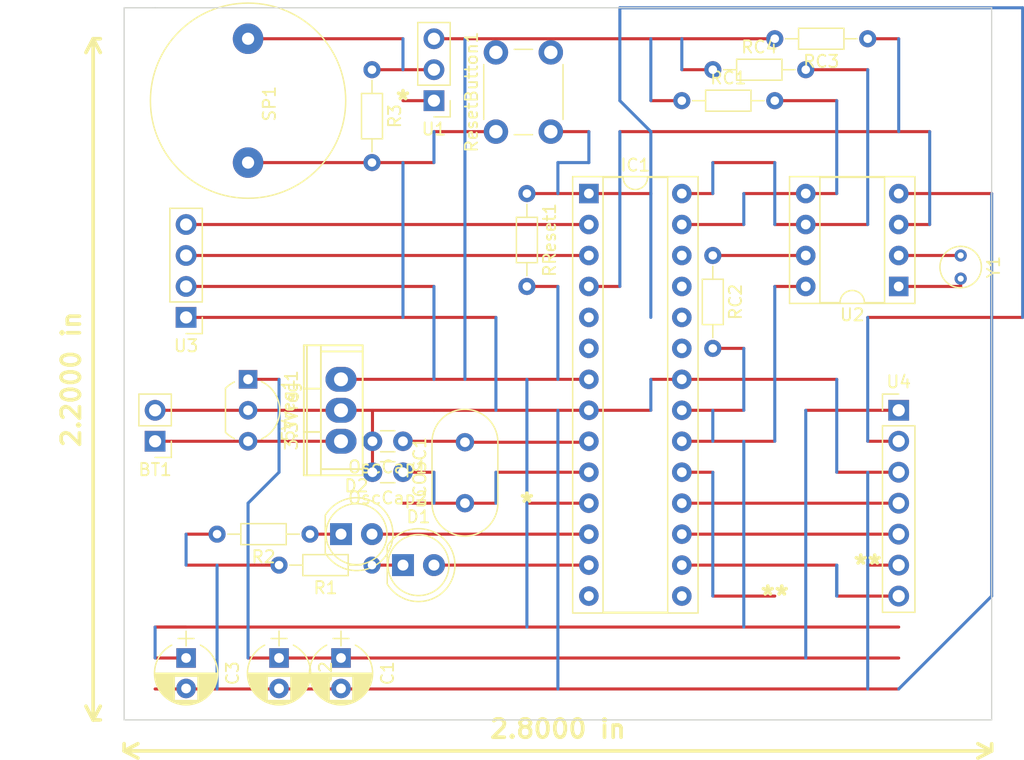
<source format=kicad_pcb>
(kicad_pcb (version 4) (host pcbnew 4.0.4-stable)

  (general
    (links 64)
    (no_connects 40)
    (area 177.749999 104.089999 248.970001 162.610001)
    (thickness 1.6)
    (drawings 13)
    (tracks 148)
    (zones 0)
    (modules 27)
    (nets 35)
  )

  (page A4)
  (layers
    (0 F.Cu signal)
    (31 B.Cu signal)
    (32 B.Adhes user)
    (33 F.Adhes user)
    (34 B.Paste user)
    (35 F.Paste user)
    (36 B.SilkS user)
    (37 F.SilkS user)
    (38 B.Mask user)
    (39 F.Mask user)
    (40 Dwgs.User user)
    (41 Cmts.User user)
    (42 Eco1.User user)
    (43 Eco2.User user)
    (44 Edge.Cuts user)
    (45 Margin user)
    (46 B.CrtYd user)
    (47 F.CrtYd user)
    (48 B.Fab user)
    (49 F.Fab user)
  )

  (setup
    (last_trace_width 0.25)
    (trace_clearance 0.2)
    (zone_clearance 0.508)
    (zone_45_only no)
    (trace_min 0.2)
    (segment_width 0.2)
    (edge_width 0.1)
    (via_size 0.6)
    (via_drill 0.4)
    (via_min_size 0.4)
    (via_min_drill 0.3)
    (uvia_size 0.3)
    (uvia_drill 0.1)
    (uvias_allowed no)
    (uvia_min_size 0.2)
    (uvia_min_drill 0.1)
    (pcb_text_width 0.3)
    (pcb_text_size 1.5 1.5)
    (mod_edge_width 0.15)
    (mod_text_size 1 1)
    (mod_text_width 0.15)
    (pad_size 1.5 1.5)
    (pad_drill 0.6)
    (pad_to_mask_clearance 0)
    (aux_axis_origin 0 0)
    (visible_elements FFFFFF7F)
    (pcbplotparams
      (layerselection 0x00030_80000001)
      (usegerberextensions false)
      (excludeedgelayer true)
      (linewidth 0.100000)
      (plotframeref false)
      (viasonmask false)
      (mode 1)
      (useauxorigin false)
      (hpglpennumber 1)
      (hpglpenspeed 20)
      (hpglpendiameter 15)
      (hpglpenoverlay 2)
      (psnegative false)
      (psa4output false)
      (plotreference true)
      (plotvalue true)
      (plotinvisibletext false)
      (padsonsilk false)
      (subtractmaskfromsilk false)
      (outputformat 1)
      (mirror false)
      (drillshape 1)
      (scaleselection 1)
      (outputdirectory ""))
  )

  (net 0 "")
  (net 1 GND)
  (net 2 "Net-(3.3Vreg1-Pad3)")
  (net 3 3.3V)
  (net 4 5V)
  (net 5 "Net-(D1-Pad1)")
  (net 6 "Net-(D1-Pad2)")
  (net 7 "Net-(D2-Pad1)")
  (net 8 "Net-(D2-Pad2)")
  (net 9 "Net-(IC1-Pad1)")
  (net 10 "Net-(IC1-Pad15)")
  (net 11 "Net-(IC1-Pad2)")
  (net 12 "Net-(IC1-Pad16)")
  (net 13 "Net-(IC1-Pad3)")
  (net 14 "Net-(IC1-Pad17)")
  (net 15 "Net-(IC1-Pad4)")
  (net 16 "Net-(IC1-Pad18)")
  (net 17 "Net-(IC1-Pad5)")
  (net 18 "Net-(IC1-Pad19)")
  (net 19 "Net-(IC1-Pad6)")
  (net 20 "Net-(IC1-Pad22)")
  (net 21 "Net-(IC1-Pad9)")
  (net 22 "Net-(IC1-Pad23)")
  (net 23 "Net-(IC1-Pad10)")
  (net 24 "Net-(IC1-Pad24)")
  (net 25 "Net-(IC1-Pad11)")
  (net 26 "Net-(IC1-Pad25)")
  (net 27 "Net-(IC1-Pad26)")
  (net 28 "Net-(IC1-Pad27)")
  (net 29 "Net-(IC1-Pad14)")
  (net 30 "Net-(IC1-Pad28)")
  (net 31 "Net-(R3-Pad1)")
  (net 32 "Net-(RC2-Pad1)")
  (net 33 "Net-(U2-Pad1)")
  (net 34 "Net-(U2-Pad2)")

  (net_class Default "This is the default net class."
    (clearance 0.2)
    (trace_width 0.25)
    (via_dia 0.6)
    (via_drill 0.4)
    (uvia_dia 0.3)
    (uvia_drill 0.1)
    (add_net 3.3V)
    (add_net 5V)
    (add_net GND)
    (add_net "Net-(3.3Vreg1-Pad3)")
    (add_net "Net-(D1-Pad1)")
    (add_net "Net-(D1-Pad2)")
    (add_net "Net-(D2-Pad1)")
    (add_net "Net-(D2-Pad2)")
    (add_net "Net-(IC1-Pad1)")
    (add_net "Net-(IC1-Pad10)")
    (add_net "Net-(IC1-Pad11)")
    (add_net "Net-(IC1-Pad14)")
    (add_net "Net-(IC1-Pad15)")
    (add_net "Net-(IC1-Pad16)")
    (add_net "Net-(IC1-Pad17)")
    (add_net "Net-(IC1-Pad18)")
    (add_net "Net-(IC1-Pad19)")
    (add_net "Net-(IC1-Pad2)")
    (add_net "Net-(IC1-Pad22)")
    (add_net "Net-(IC1-Pad23)")
    (add_net "Net-(IC1-Pad24)")
    (add_net "Net-(IC1-Pad25)")
    (add_net "Net-(IC1-Pad26)")
    (add_net "Net-(IC1-Pad27)")
    (add_net "Net-(IC1-Pad28)")
    (add_net "Net-(IC1-Pad3)")
    (add_net "Net-(IC1-Pad4)")
    (add_net "Net-(IC1-Pad5)")
    (add_net "Net-(IC1-Pad6)")
    (add_net "Net-(IC1-Pad9)")
    (add_net "Net-(R3-Pad1)")
    (add_net "Net-(RC2-Pad1)")
    (add_net "Net-(U2-Pad1)")
    (add_net "Net-(U2-Pad2)")
  )

  (module TO_SOT_Packages_THT:TO-92_Inline_Wide (layer F.Cu) (tedit 58CE52AF) (tstamp 5D76321F)
    (at 81.28 93.98 270)
    (descr "TO-92 leads in-line, wide, drill 0.8mm (see NXP sot054_po.pdf)")
    (tags "to-92 sc-43 sc-43a sot54 PA33 transistor")
    (path /5D72DBD6)
    (fp_text reference 3.3Vreg1 (at 2.54 -3.56 450) (layer F.SilkS)
      (effects (font (size 1 1) (thickness 0.15)))
    )
    (fp_text value L78L33ABZ-AP (at 2.54 2.79 270) (layer F.Fab)
      (effects (font (size 1 1) (thickness 0.15)))
    )
    (fp_text user %R (at 2.54 -3.56 450) (layer F.Fab)
      (effects (font (size 1 1) (thickness 0.15)))
    )
    (fp_line (start 0.74 1.85) (end 4.34 1.85) (layer F.SilkS) (width 0.12))
    (fp_line (start 0.8 1.75) (end 4.3 1.75) (layer F.Fab) (width 0.1))
    (fp_line (start -1.01 -2.73) (end 6.09 -2.73) (layer F.CrtYd) (width 0.05))
    (fp_line (start -1.01 -2.73) (end -1.01 2.01) (layer F.CrtYd) (width 0.05))
    (fp_line (start 6.09 2.01) (end 6.09 -2.73) (layer F.CrtYd) (width 0.05))
    (fp_line (start 6.09 2.01) (end -1.01 2.01) (layer F.CrtYd) (width 0.05))
    (fp_arc (start 2.54 0) (end 0.74 1.85) (angle 20) (layer F.SilkS) (width 0.12))
    (fp_arc (start 2.54 0) (end 2.54 -2.6) (angle -65) (layer F.SilkS) (width 0.12))
    (fp_arc (start 2.54 0) (end 2.54 -2.6) (angle 65) (layer F.SilkS) (width 0.12))
    (fp_arc (start 2.54 0) (end 2.54 -2.48) (angle 135) (layer F.Fab) (width 0.1))
    (fp_arc (start 2.54 0) (end 2.54 -2.48) (angle -135) (layer F.Fab) (width 0.1))
    (fp_arc (start 2.54 0) (end 4.34 1.85) (angle -20) (layer F.SilkS) (width 0.12))
    (pad 2 thru_hole circle (at 2.54 0) (size 1.52 1.52) (drill 0.8) (layers *.Cu *.Mask)
      (net 1 GND))
    (pad 3 thru_hole circle (at 5.08 0) (size 1.52 1.52) (drill 0.8) (layers *.Cu *.Mask)
      (net 2 "Net-(3.3Vreg1-Pad3)"))
    (pad 1 thru_hole rect (at 0 0) (size 1.52 1.52) (drill 0.8) (layers *.Cu *.Mask)
      (net 3 3.3V))
    (model ${KISYS3DMOD}/TO_SOT_Packages_THT.3dshapes/TO-92_Inline_Wide.wrl
      (at (xyz 0.1 0 0))
      (scale (xyz 1 1 1))
      (rotate (xyz 0 0 -90))
    )
  )

  (module Power_Integrations:TO-220 (layer F.Cu) (tedit 0) (tstamp 5D763230)
    (at 88.9 96.52 90)
    (descr "Non Isolated JEDEC TO-220 Package")
    (tags "Power Integration YN Package")
    (path /5D72E08C)
    (fp_text reference 5Vreg1 (at 0 -4.318 90) (layer F.SilkS)
      (effects (font (size 1 1) (thickness 0.15)))
    )
    (fp_text value L78M05abv (at 0 -4.318 90) (layer F.Fab)
      (effects (font (size 1 1) (thickness 0.15)))
    )
    (fp_line (start 4.826 -1.651) (end 4.826 1.778) (layer F.SilkS) (width 0.15))
    (fp_line (start -4.826 -1.651) (end -4.826 1.778) (layer F.SilkS) (width 0.15))
    (fp_line (start 5.334 -2.794) (end -5.334 -2.794) (layer F.SilkS) (width 0.15))
    (fp_line (start 1.778 -1.778) (end 1.778 -3.048) (layer F.SilkS) (width 0.15))
    (fp_line (start -1.778 -1.778) (end -1.778 -3.048) (layer F.SilkS) (width 0.15))
    (fp_line (start -5.334 -1.651) (end 5.334 -1.651) (layer F.SilkS) (width 0.15))
    (fp_line (start 5.334 1.778) (end -5.334 1.778) (layer F.SilkS) (width 0.15))
    (fp_line (start -5.334 -3.048) (end -5.334 1.778) (layer F.SilkS) (width 0.15))
    (fp_line (start 5.334 -3.048) (end 5.334 1.778) (layer F.SilkS) (width 0.15))
    (fp_line (start 5.334 -3.048) (end -5.334 -3.048) (layer F.SilkS) (width 0.15))
    (pad 2 thru_hole oval (at 0 0 90) (size 2.032 2.54) (drill 1.143) (layers *.Cu *.Mask)
      (net 1 GND))
    (pad 3 thru_hole oval (at 2.54 0 90) (size 2.032 2.54) (drill 1.143) (layers *.Cu *.Mask)
      (net 4 5V))
    (pad 1 thru_hole oval (at -2.54 0 90) (size 2.032 2.54) (drill 1.143) (layers *.Cu *.Mask)
      (net 2 "Net-(3.3Vreg1-Pad3)"))
  )

  (module Pin_Headers:Pin_Header_Straight_1x02_Pitch2.54mm (layer F.Cu) (tedit 59650532) (tstamp 5D763246)
    (at 73.66 99.06 180)
    (descr "Through hole straight pin header, 1x02, 2.54mm pitch, single row")
    (tags "Through hole pin header THT 1x02 2.54mm single row")
    (path /5D3057BC)
    (fp_text reference BT1 (at 0 -2.33 180) (layer F.SilkS)
      (effects (font (size 1 1) (thickness 0.15)))
    )
    (fp_text value Battery (at 0 4.87 180) (layer F.Fab)
      (effects (font (size 1 1) (thickness 0.15)))
    )
    (fp_line (start -0.635 -1.27) (end 1.27 -1.27) (layer F.Fab) (width 0.1))
    (fp_line (start 1.27 -1.27) (end 1.27 3.81) (layer F.Fab) (width 0.1))
    (fp_line (start 1.27 3.81) (end -1.27 3.81) (layer F.Fab) (width 0.1))
    (fp_line (start -1.27 3.81) (end -1.27 -0.635) (layer F.Fab) (width 0.1))
    (fp_line (start -1.27 -0.635) (end -0.635 -1.27) (layer F.Fab) (width 0.1))
    (fp_line (start -1.33 3.87) (end 1.33 3.87) (layer F.SilkS) (width 0.12))
    (fp_line (start -1.33 1.27) (end -1.33 3.87) (layer F.SilkS) (width 0.12))
    (fp_line (start 1.33 1.27) (end 1.33 3.87) (layer F.SilkS) (width 0.12))
    (fp_line (start -1.33 1.27) (end 1.33 1.27) (layer F.SilkS) (width 0.12))
    (fp_line (start -1.33 0) (end -1.33 -1.33) (layer F.SilkS) (width 0.12))
    (fp_line (start -1.33 -1.33) (end 0 -1.33) (layer F.SilkS) (width 0.12))
    (fp_line (start -1.8 -1.8) (end -1.8 4.35) (layer F.CrtYd) (width 0.05))
    (fp_line (start -1.8 4.35) (end 1.8 4.35) (layer F.CrtYd) (width 0.05))
    (fp_line (start 1.8 4.35) (end 1.8 -1.8) (layer F.CrtYd) (width 0.05))
    (fp_line (start 1.8 -1.8) (end -1.8 -1.8) (layer F.CrtYd) (width 0.05))
    (fp_text user %R (at 0 1.27 270) (layer F.Fab)
      (effects (font (size 1 1) (thickness 0.15)))
    )
    (pad 1 thru_hole rect (at 0 0 180) (size 1.7 1.7) (drill 1) (layers *.Cu *.Mask)
      (net 2 "Net-(3.3Vreg1-Pad3)"))
    (pad 2 thru_hole oval (at 0 2.54 180) (size 1.7 1.7) (drill 1) (layers *.Cu *.Mask)
      (net 1 GND))
    (model ${KISYS3DMOD}/Pin_Headers.3dshapes/Pin_Header_Straight_1x02_Pitch2.54mm.wrl
      (at (xyz 0 0 0))
      (scale (xyz 1 1 1))
      (rotate (xyz 0 0 0))
    )
  )

  (module Capacitors_ThroughHole:CP_Radial_D5.0mm_P2.50mm (layer F.Cu) (tedit 597BC7C2) (tstamp 5D76324C)
    (at 88.9 116.84 270)
    (descr "CP, Radial series, Radial, pin pitch=2.50mm, , diameter=5mm, Electrolytic Capacitor")
    (tags "CP Radial series Radial pin pitch 2.50mm  diameter 5mm Electrolytic Capacitor")
    (path /5D729CC4)
    (fp_text reference C1 (at 1.25 -3.81 270) (layer F.SilkS)
      (effects (font (size 1 1) (thickness 0.15)))
    )
    (fp_text value 10uF (at 1.25 3.81 270) (layer F.Fab)
      (effects (font (size 1 1) (thickness 0.15)))
    )
    (fp_arc (start 1.25 0) (end -1.05558 -1.18) (angle 125.8) (layer F.SilkS) (width 0.12))
    (fp_arc (start 1.25 0) (end -1.05558 1.18) (angle -125.8) (layer F.SilkS) (width 0.12))
    (fp_arc (start 1.25 0) (end 3.55558 -1.18) (angle 54.2) (layer F.SilkS) (width 0.12))
    (fp_circle (center 1.25 0) (end 3.75 0) (layer F.Fab) (width 0.1))
    (fp_line (start -2.2 0) (end -1 0) (layer F.Fab) (width 0.1))
    (fp_line (start -1.6 -0.65) (end -1.6 0.65) (layer F.Fab) (width 0.1))
    (fp_line (start 1.25 -2.55) (end 1.25 2.55) (layer F.SilkS) (width 0.12))
    (fp_line (start 1.29 -2.55) (end 1.29 2.55) (layer F.SilkS) (width 0.12))
    (fp_line (start 1.33 -2.549) (end 1.33 2.549) (layer F.SilkS) (width 0.12))
    (fp_line (start 1.37 -2.548) (end 1.37 2.548) (layer F.SilkS) (width 0.12))
    (fp_line (start 1.41 -2.546) (end 1.41 2.546) (layer F.SilkS) (width 0.12))
    (fp_line (start 1.45 -2.543) (end 1.45 2.543) (layer F.SilkS) (width 0.12))
    (fp_line (start 1.49 -2.539) (end 1.49 2.539) (layer F.SilkS) (width 0.12))
    (fp_line (start 1.53 -2.535) (end 1.53 -0.98) (layer F.SilkS) (width 0.12))
    (fp_line (start 1.53 0.98) (end 1.53 2.535) (layer F.SilkS) (width 0.12))
    (fp_line (start 1.57 -2.531) (end 1.57 -0.98) (layer F.SilkS) (width 0.12))
    (fp_line (start 1.57 0.98) (end 1.57 2.531) (layer F.SilkS) (width 0.12))
    (fp_line (start 1.61 -2.525) (end 1.61 -0.98) (layer F.SilkS) (width 0.12))
    (fp_line (start 1.61 0.98) (end 1.61 2.525) (layer F.SilkS) (width 0.12))
    (fp_line (start 1.65 -2.519) (end 1.65 -0.98) (layer F.SilkS) (width 0.12))
    (fp_line (start 1.65 0.98) (end 1.65 2.519) (layer F.SilkS) (width 0.12))
    (fp_line (start 1.69 -2.513) (end 1.69 -0.98) (layer F.SilkS) (width 0.12))
    (fp_line (start 1.69 0.98) (end 1.69 2.513) (layer F.SilkS) (width 0.12))
    (fp_line (start 1.73 -2.506) (end 1.73 -0.98) (layer F.SilkS) (width 0.12))
    (fp_line (start 1.73 0.98) (end 1.73 2.506) (layer F.SilkS) (width 0.12))
    (fp_line (start 1.77 -2.498) (end 1.77 -0.98) (layer F.SilkS) (width 0.12))
    (fp_line (start 1.77 0.98) (end 1.77 2.498) (layer F.SilkS) (width 0.12))
    (fp_line (start 1.81 -2.489) (end 1.81 -0.98) (layer F.SilkS) (width 0.12))
    (fp_line (start 1.81 0.98) (end 1.81 2.489) (layer F.SilkS) (width 0.12))
    (fp_line (start 1.85 -2.48) (end 1.85 -0.98) (layer F.SilkS) (width 0.12))
    (fp_line (start 1.85 0.98) (end 1.85 2.48) (layer F.SilkS) (width 0.12))
    (fp_line (start 1.89 -2.47) (end 1.89 -0.98) (layer F.SilkS) (width 0.12))
    (fp_line (start 1.89 0.98) (end 1.89 2.47) (layer F.SilkS) (width 0.12))
    (fp_line (start 1.93 -2.46) (end 1.93 -0.98) (layer F.SilkS) (width 0.12))
    (fp_line (start 1.93 0.98) (end 1.93 2.46) (layer F.SilkS) (width 0.12))
    (fp_line (start 1.971 -2.448) (end 1.971 -0.98) (layer F.SilkS) (width 0.12))
    (fp_line (start 1.971 0.98) (end 1.971 2.448) (layer F.SilkS) (width 0.12))
    (fp_line (start 2.011 -2.436) (end 2.011 -0.98) (layer F.SilkS) (width 0.12))
    (fp_line (start 2.011 0.98) (end 2.011 2.436) (layer F.SilkS) (width 0.12))
    (fp_line (start 2.051 -2.424) (end 2.051 -0.98) (layer F.SilkS) (width 0.12))
    (fp_line (start 2.051 0.98) (end 2.051 2.424) (layer F.SilkS) (width 0.12))
    (fp_line (start 2.091 -2.41) (end 2.091 -0.98) (layer F.SilkS) (width 0.12))
    (fp_line (start 2.091 0.98) (end 2.091 2.41) (layer F.SilkS) (width 0.12))
    (fp_line (start 2.131 -2.396) (end 2.131 -0.98) (layer F.SilkS) (width 0.12))
    (fp_line (start 2.131 0.98) (end 2.131 2.396) (layer F.SilkS) (width 0.12))
    (fp_line (start 2.171 -2.382) (end 2.171 -0.98) (layer F.SilkS) (width 0.12))
    (fp_line (start 2.171 0.98) (end 2.171 2.382) (layer F.SilkS) (width 0.12))
    (fp_line (start 2.211 -2.366) (end 2.211 -0.98) (layer F.SilkS) (width 0.12))
    (fp_line (start 2.211 0.98) (end 2.211 2.366) (layer F.SilkS) (width 0.12))
    (fp_line (start 2.251 -2.35) (end 2.251 -0.98) (layer F.SilkS) (width 0.12))
    (fp_line (start 2.251 0.98) (end 2.251 2.35) (layer F.SilkS) (width 0.12))
    (fp_line (start 2.291 -2.333) (end 2.291 -0.98) (layer F.SilkS) (width 0.12))
    (fp_line (start 2.291 0.98) (end 2.291 2.333) (layer F.SilkS) (width 0.12))
    (fp_line (start 2.331 -2.315) (end 2.331 -0.98) (layer F.SilkS) (width 0.12))
    (fp_line (start 2.331 0.98) (end 2.331 2.315) (layer F.SilkS) (width 0.12))
    (fp_line (start 2.371 -2.296) (end 2.371 -0.98) (layer F.SilkS) (width 0.12))
    (fp_line (start 2.371 0.98) (end 2.371 2.296) (layer F.SilkS) (width 0.12))
    (fp_line (start 2.411 -2.276) (end 2.411 -0.98) (layer F.SilkS) (width 0.12))
    (fp_line (start 2.411 0.98) (end 2.411 2.276) (layer F.SilkS) (width 0.12))
    (fp_line (start 2.451 -2.256) (end 2.451 -0.98) (layer F.SilkS) (width 0.12))
    (fp_line (start 2.451 0.98) (end 2.451 2.256) (layer F.SilkS) (width 0.12))
    (fp_line (start 2.491 -2.234) (end 2.491 -0.98) (layer F.SilkS) (width 0.12))
    (fp_line (start 2.491 0.98) (end 2.491 2.234) (layer F.SilkS) (width 0.12))
    (fp_line (start 2.531 -2.212) (end 2.531 -0.98) (layer F.SilkS) (width 0.12))
    (fp_line (start 2.531 0.98) (end 2.531 2.212) (layer F.SilkS) (width 0.12))
    (fp_line (start 2.571 -2.189) (end 2.571 -0.98) (layer F.SilkS) (width 0.12))
    (fp_line (start 2.571 0.98) (end 2.571 2.189) (layer F.SilkS) (width 0.12))
    (fp_line (start 2.611 -2.165) (end 2.611 -0.98) (layer F.SilkS) (width 0.12))
    (fp_line (start 2.611 0.98) (end 2.611 2.165) (layer F.SilkS) (width 0.12))
    (fp_line (start 2.651 -2.14) (end 2.651 -0.98) (layer F.SilkS) (width 0.12))
    (fp_line (start 2.651 0.98) (end 2.651 2.14) (layer F.SilkS) (width 0.12))
    (fp_line (start 2.691 -2.113) (end 2.691 -0.98) (layer F.SilkS) (width 0.12))
    (fp_line (start 2.691 0.98) (end 2.691 2.113) (layer F.SilkS) (width 0.12))
    (fp_line (start 2.731 -2.086) (end 2.731 -0.98) (layer F.SilkS) (width 0.12))
    (fp_line (start 2.731 0.98) (end 2.731 2.086) (layer F.SilkS) (width 0.12))
    (fp_line (start 2.771 -2.058) (end 2.771 -0.98) (layer F.SilkS) (width 0.12))
    (fp_line (start 2.771 0.98) (end 2.771 2.058) (layer F.SilkS) (width 0.12))
    (fp_line (start 2.811 -2.028) (end 2.811 -0.98) (layer F.SilkS) (width 0.12))
    (fp_line (start 2.811 0.98) (end 2.811 2.028) (layer F.SilkS) (width 0.12))
    (fp_line (start 2.851 -1.997) (end 2.851 -0.98) (layer F.SilkS) (width 0.12))
    (fp_line (start 2.851 0.98) (end 2.851 1.997) (layer F.SilkS) (width 0.12))
    (fp_line (start 2.891 -1.965) (end 2.891 -0.98) (layer F.SilkS) (width 0.12))
    (fp_line (start 2.891 0.98) (end 2.891 1.965) (layer F.SilkS) (width 0.12))
    (fp_line (start 2.931 -1.932) (end 2.931 -0.98) (layer F.SilkS) (width 0.12))
    (fp_line (start 2.931 0.98) (end 2.931 1.932) (layer F.SilkS) (width 0.12))
    (fp_line (start 2.971 -1.897) (end 2.971 -0.98) (layer F.SilkS) (width 0.12))
    (fp_line (start 2.971 0.98) (end 2.971 1.897) (layer F.SilkS) (width 0.12))
    (fp_line (start 3.011 -1.861) (end 3.011 -0.98) (layer F.SilkS) (width 0.12))
    (fp_line (start 3.011 0.98) (end 3.011 1.861) (layer F.SilkS) (width 0.12))
    (fp_line (start 3.051 -1.823) (end 3.051 -0.98) (layer F.SilkS) (width 0.12))
    (fp_line (start 3.051 0.98) (end 3.051 1.823) (layer F.SilkS) (width 0.12))
    (fp_line (start 3.091 -1.783) (end 3.091 -0.98) (layer F.SilkS) (width 0.12))
    (fp_line (start 3.091 0.98) (end 3.091 1.783) (layer F.SilkS) (width 0.12))
    (fp_line (start 3.131 -1.742) (end 3.131 -0.98) (layer F.SilkS) (width 0.12))
    (fp_line (start 3.131 0.98) (end 3.131 1.742) (layer F.SilkS) (width 0.12))
    (fp_line (start 3.171 -1.699) (end 3.171 -0.98) (layer F.SilkS) (width 0.12))
    (fp_line (start 3.171 0.98) (end 3.171 1.699) (layer F.SilkS) (width 0.12))
    (fp_line (start 3.211 -1.654) (end 3.211 -0.98) (layer F.SilkS) (width 0.12))
    (fp_line (start 3.211 0.98) (end 3.211 1.654) (layer F.SilkS) (width 0.12))
    (fp_line (start 3.251 -1.606) (end 3.251 -0.98) (layer F.SilkS) (width 0.12))
    (fp_line (start 3.251 0.98) (end 3.251 1.606) (layer F.SilkS) (width 0.12))
    (fp_line (start 3.291 -1.556) (end 3.291 -0.98) (layer F.SilkS) (width 0.12))
    (fp_line (start 3.291 0.98) (end 3.291 1.556) (layer F.SilkS) (width 0.12))
    (fp_line (start 3.331 -1.504) (end 3.331 -0.98) (layer F.SilkS) (width 0.12))
    (fp_line (start 3.331 0.98) (end 3.331 1.504) (layer F.SilkS) (width 0.12))
    (fp_line (start 3.371 -1.448) (end 3.371 -0.98) (layer F.SilkS) (width 0.12))
    (fp_line (start 3.371 0.98) (end 3.371 1.448) (layer F.SilkS) (width 0.12))
    (fp_line (start 3.411 -1.39) (end 3.411 -0.98) (layer F.SilkS) (width 0.12))
    (fp_line (start 3.411 0.98) (end 3.411 1.39) (layer F.SilkS) (width 0.12))
    (fp_line (start 3.451 -1.327) (end 3.451 -0.98) (layer F.SilkS) (width 0.12))
    (fp_line (start 3.451 0.98) (end 3.451 1.327) (layer F.SilkS) (width 0.12))
    (fp_line (start 3.491 -1.261) (end 3.491 1.261) (layer F.SilkS) (width 0.12))
    (fp_line (start 3.531 -1.189) (end 3.531 1.189) (layer F.SilkS) (width 0.12))
    (fp_line (start 3.571 -1.112) (end 3.571 1.112) (layer F.SilkS) (width 0.12))
    (fp_line (start 3.611 -1.028) (end 3.611 1.028) (layer F.SilkS) (width 0.12))
    (fp_line (start 3.651 -0.934) (end 3.651 0.934) (layer F.SilkS) (width 0.12))
    (fp_line (start 3.691 -0.829) (end 3.691 0.829) (layer F.SilkS) (width 0.12))
    (fp_line (start 3.731 -0.707) (end 3.731 0.707) (layer F.SilkS) (width 0.12))
    (fp_line (start 3.771 -0.559) (end 3.771 0.559) (layer F.SilkS) (width 0.12))
    (fp_line (start 3.811 -0.354) (end 3.811 0.354) (layer F.SilkS) (width 0.12))
    (fp_line (start -2.2 0) (end -1 0) (layer F.SilkS) (width 0.12))
    (fp_line (start -1.6 -0.65) (end -1.6 0.65) (layer F.SilkS) (width 0.12))
    (fp_line (start -1.6 -2.85) (end -1.6 2.85) (layer F.CrtYd) (width 0.05))
    (fp_line (start -1.6 2.85) (end 4.1 2.85) (layer F.CrtYd) (width 0.05))
    (fp_line (start 4.1 2.85) (end 4.1 -2.85) (layer F.CrtYd) (width 0.05))
    (fp_line (start 4.1 -2.85) (end -1.6 -2.85) (layer F.CrtYd) (width 0.05))
    (fp_text user %R (at 1.25 0 270) (layer F.Fab)
      (effects (font (size 1 1) (thickness 0.15)))
    )
    (pad 1 thru_hole rect (at 0 0 270) (size 1.6 1.6) (drill 0.8) (layers *.Cu *.Mask)
      (net 3 3.3V))
    (pad 2 thru_hole circle (at 2.5 0 270) (size 1.6 1.6) (drill 0.8) (layers *.Cu *.Mask)
      (net 1 GND))
    (model ${KISYS3DMOD}/Capacitors_THT.3dshapes/CP_Radial_D5.0mm_P2.50mm.wrl
      (at (xyz 0 0 0))
      (scale (xyz 1 1 1))
      (rotate (xyz 0 0 0))
    )
  )

  (module Capacitors_ThroughHole:CP_Radial_D5.0mm_P2.50mm (layer F.Cu) (tedit 597BC7C2) (tstamp 5D763252)
    (at 83.82 116.84 270)
    (descr "CP, Radial series, Radial, pin pitch=2.50mm, , diameter=5mm, Electrolytic Capacitor")
    (tags "CP Radial series Radial pin pitch 2.50mm  diameter 5mm Electrolytic Capacitor")
    (path /5D729E68)
    (fp_text reference C2 (at 1.25 -3.81 270) (layer F.SilkS)
      (effects (font (size 1 1) (thickness 0.15)))
    )
    (fp_text value 10uF (at 1.25 3.81 270) (layer F.Fab)
      (effects (font (size 1 1) (thickness 0.15)))
    )
    (fp_arc (start 1.25 0) (end -1.05558 -1.18) (angle 125.8) (layer F.SilkS) (width 0.12))
    (fp_arc (start 1.25 0) (end -1.05558 1.18) (angle -125.8) (layer F.SilkS) (width 0.12))
    (fp_arc (start 1.25 0) (end 3.55558 -1.18) (angle 54.2) (layer F.SilkS) (width 0.12))
    (fp_circle (center 1.25 0) (end 3.75 0) (layer F.Fab) (width 0.1))
    (fp_line (start -2.2 0) (end -1 0) (layer F.Fab) (width 0.1))
    (fp_line (start -1.6 -0.65) (end -1.6 0.65) (layer F.Fab) (width 0.1))
    (fp_line (start 1.25 -2.55) (end 1.25 2.55) (layer F.SilkS) (width 0.12))
    (fp_line (start 1.29 -2.55) (end 1.29 2.55) (layer F.SilkS) (width 0.12))
    (fp_line (start 1.33 -2.549) (end 1.33 2.549) (layer F.SilkS) (width 0.12))
    (fp_line (start 1.37 -2.548) (end 1.37 2.548) (layer F.SilkS) (width 0.12))
    (fp_line (start 1.41 -2.546) (end 1.41 2.546) (layer F.SilkS) (width 0.12))
    (fp_line (start 1.45 -2.543) (end 1.45 2.543) (layer F.SilkS) (width 0.12))
    (fp_line (start 1.49 -2.539) (end 1.49 2.539) (layer F.SilkS) (width 0.12))
    (fp_line (start 1.53 -2.535) (end 1.53 -0.98) (layer F.SilkS) (width 0.12))
    (fp_line (start 1.53 0.98) (end 1.53 2.535) (layer F.SilkS) (width 0.12))
    (fp_line (start 1.57 -2.531) (end 1.57 -0.98) (layer F.SilkS) (width 0.12))
    (fp_line (start 1.57 0.98) (end 1.57 2.531) (layer F.SilkS) (width 0.12))
    (fp_line (start 1.61 -2.525) (end 1.61 -0.98) (layer F.SilkS) (width 0.12))
    (fp_line (start 1.61 0.98) (end 1.61 2.525) (layer F.SilkS) (width 0.12))
    (fp_line (start 1.65 -2.519) (end 1.65 -0.98) (layer F.SilkS) (width 0.12))
    (fp_line (start 1.65 0.98) (end 1.65 2.519) (layer F.SilkS) (width 0.12))
    (fp_line (start 1.69 -2.513) (end 1.69 -0.98) (layer F.SilkS) (width 0.12))
    (fp_line (start 1.69 0.98) (end 1.69 2.513) (layer F.SilkS) (width 0.12))
    (fp_line (start 1.73 -2.506) (end 1.73 -0.98) (layer F.SilkS) (width 0.12))
    (fp_line (start 1.73 0.98) (end 1.73 2.506) (layer F.SilkS) (width 0.12))
    (fp_line (start 1.77 -2.498) (end 1.77 -0.98) (layer F.SilkS) (width 0.12))
    (fp_line (start 1.77 0.98) (end 1.77 2.498) (layer F.SilkS) (width 0.12))
    (fp_line (start 1.81 -2.489) (end 1.81 -0.98) (layer F.SilkS) (width 0.12))
    (fp_line (start 1.81 0.98) (end 1.81 2.489) (layer F.SilkS) (width 0.12))
    (fp_line (start 1.85 -2.48) (end 1.85 -0.98) (layer F.SilkS) (width 0.12))
    (fp_line (start 1.85 0.98) (end 1.85 2.48) (layer F.SilkS) (width 0.12))
    (fp_line (start 1.89 -2.47) (end 1.89 -0.98) (layer F.SilkS) (width 0.12))
    (fp_line (start 1.89 0.98) (end 1.89 2.47) (layer F.SilkS) (width 0.12))
    (fp_line (start 1.93 -2.46) (end 1.93 -0.98) (layer F.SilkS) (width 0.12))
    (fp_line (start 1.93 0.98) (end 1.93 2.46) (layer F.SilkS) (width 0.12))
    (fp_line (start 1.971 -2.448) (end 1.971 -0.98) (layer F.SilkS) (width 0.12))
    (fp_line (start 1.971 0.98) (end 1.971 2.448) (layer F.SilkS) (width 0.12))
    (fp_line (start 2.011 -2.436) (end 2.011 -0.98) (layer F.SilkS) (width 0.12))
    (fp_line (start 2.011 0.98) (end 2.011 2.436) (layer F.SilkS) (width 0.12))
    (fp_line (start 2.051 -2.424) (end 2.051 -0.98) (layer F.SilkS) (width 0.12))
    (fp_line (start 2.051 0.98) (end 2.051 2.424) (layer F.SilkS) (width 0.12))
    (fp_line (start 2.091 -2.41) (end 2.091 -0.98) (layer F.SilkS) (width 0.12))
    (fp_line (start 2.091 0.98) (end 2.091 2.41) (layer F.SilkS) (width 0.12))
    (fp_line (start 2.131 -2.396) (end 2.131 -0.98) (layer F.SilkS) (width 0.12))
    (fp_line (start 2.131 0.98) (end 2.131 2.396) (layer F.SilkS) (width 0.12))
    (fp_line (start 2.171 -2.382) (end 2.171 -0.98) (layer F.SilkS) (width 0.12))
    (fp_line (start 2.171 0.98) (end 2.171 2.382) (layer F.SilkS) (width 0.12))
    (fp_line (start 2.211 -2.366) (end 2.211 -0.98) (layer F.SilkS) (width 0.12))
    (fp_line (start 2.211 0.98) (end 2.211 2.366) (layer F.SilkS) (width 0.12))
    (fp_line (start 2.251 -2.35) (end 2.251 -0.98) (layer F.SilkS) (width 0.12))
    (fp_line (start 2.251 0.98) (end 2.251 2.35) (layer F.SilkS) (width 0.12))
    (fp_line (start 2.291 -2.333) (end 2.291 -0.98) (layer F.SilkS) (width 0.12))
    (fp_line (start 2.291 0.98) (end 2.291 2.333) (layer F.SilkS) (width 0.12))
    (fp_line (start 2.331 -2.315) (end 2.331 -0.98) (layer F.SilkS) (width 0.12))
    (fp_line (start 2.331 0.98) (end 2.331 2.315) (layer F.SilkS) (width 0.12))
    (fp_line (start 2.371 -2.296) (end 2.371 -0.98) (layer F.SilkS) (width 0.12))
    (fp_line (start 2.371 0.98) (end 2.371 2.296) (layer F.SilkS) (width 0.12))
    (fp_line (start 2.411 -2.276) (end 2.411 -0.98) (layer F.SilkS) (width 0.12))
    (fp_line (start 2.411 0.98) (end 2.411 2.276) (layer F.SilkS) (width 0.12))
    (fp_line (start 2.451 -2.256) (end 2.451 -0.98) (layer F.SilkS) (width 0.12))
    (fp_line (start 2.451 0.98) (end 2.451 2.256) (layer F.SilkS) (width 0.12))
    (fp_line (start 2.491 -2.234) (end 2.491 -0.98) (layer F.SilkS) (width 0.12))
    (fp_line (start 2.491 0.98) (end 2.491 2.234) (layer F.SilkS) (width 0.12))
    (fp_line (start 2.531 -2.212) (end 2.531 -0.98) (layer F.SilkS) (width 0.12))
    (fp_line (start 2.531 0.98) (end 2.531 2.212) (layer F.SilkS) (width 0.12))
    (fp_line (start 2.571 -2.189) (end 2.571 -0.98) (layer F.SilkS) (width 0.12))
    (fp_line (start 2.571 0.98) (end 2.571 2.189) (layer F.SilkS) (width 0.12))
    (fp_line (start 2.611 -2.165) (end 2.611 -0.98) (layer F.SilkS) (width 0.12))
    (fp_line (start 2.611 0.98) (end 2.611 2.165) (layer F.SilkS) (width 0.12))
    (fp_line (start 2.651 -2.14) (end 2.651 -0.98) (layer F.SilkS) (width 0.12))
    (fp_line (start 2.651 0.98) (end 2.651 2.14) (layer F.SilkS) (width 0.12))
    (fp_line (start 2.691 -2.113) (end 2.691 -0.98) (layer F.SilkS) (width 0.12))
    (fp_line (start 2.691 0.98) (end 2.691 2.113) (layer F.SilkS) (width 0.12))
    (fp_line (start 2.731 -2.086) (end 2.731 -0.98) (layer F.SilkS) (width 0.12))
    (fp_line (start 2.731 0.98) (end 2.731 2.086) (layer F.SilkS) (width 0.12))
    (fp_line (start 2.771 -2.058) (end 2.771 -0.98) (layer F.SilkS) (width 0.12))
    (fp_line (start 2.771 0.98) (end 2.771 2.058) (layer F.SilkS) (width 0.12))
    (fp_line (start 2.811 -2.028) (end 2.811 -0.98) (layer F.SilkS) (width 0.12))
    (fp_line (start 2.811 0.98) (end 2.811 2.028) (layer F.SilkS) (width 0.12))
    (fp_line (start 2.851 -1.997) (end 2.851 -0.98) (layer F.SilkS) (width 0.12))
    (fp_line (start 2.851 0.98) (end 2.851 1.997) (layer F.SilkS) (width 0.12))
    (fp_line (start 2.891 -1.965) (end 2.891 -0.98) (layer F.SilkS) (width 0.12))
    (fp_line (start 2.891 0.98) (end 2.891 1.965) (layer F.SilkS) (width 0.12))
    (fp_line (start 2.931 -1.932) (end 2.931 -0.98) (layer F.SilkS) (width 0.12))
    (fp_line (start 2.931 0.98) (end 2.931 1.932) (layer F.SilkS) (width 0.12))
    (fp_line (start 2.971 -1.897) (end 2.971 -0.98) (layer F.SilkS) (width 0.12))
    (fp_line (start 2.971 0.98) (end 2.971 1.897) (layer F.SilkS) (width 0.12))
    (fp_line (start 3.011 -1.861) (end 3.011 -0.98) (layer F.SilkS) (width 0.12))
    (fp_line (start 3.011 0.98) (end 3.011 1.861) (layer F.SilkS) (width 0.12))
    (fp_line (start 3.051 -1.823) (end 3.051 -0.98) (layer F.SilkS) (width 0.12))
    (fp_line (start 3.051 0.98) (end 3.051 1.823) (layer F.SilkS) (width 0.12))
    (fp_line (start 3.091 -1.783) (end 3.091 -0.98) (layer F.SilkS) (width 0.12))
    (fp_line (start 3.091 0.98) (end 3.091 1.783) (layer F.SilkS) (width 0.12))
    (fp_line (start 3.131 -1.742) (end 3.131 -0.98) (layer F.SilkS) (width 0.12))
    (fp_line (start 3.131 0.98) (end 3.131 1.742) (layer F.SilkS) (width 0.12))
    (fp_line (start 3.171 -1.699) (end 3.171 -0.98) (layer F.SilkS) (width 0.12))
    (fp_line (start 3.171 0.98) (end 3.171 1.699) (layer F.SilkS) (width 0.12))
    (fp_line (start 3.211 -1.654) (end 3.211 -0.98) (layer F.SilkS) (width 0.12))
    (fp_line (start 3.211 0.98) (end 3.211 1.654) (layer F.SilkS) (width 0.12))
    (fp_line (start 3.251 -1.606) (end 3.251 -0.98) (layer F.SilkS) (width 0.12))
    (fp_line (start 3.251 0.98) (end 3.251 1.606) (layer F.SilkS) (width 0.12))
    (fp_line (start 3.291 -1.556) (end 3.291 -0.98) (layer F.SilkS) (width 0.12))
    (fp_line (start 3.291 0.98) (end 3.291 1.556) (layer F.SilkS) (width 0.12))
    (fp_line (start 3.331 -1.504) (end 3.331 -0.98) (layer F.SilkS) (width 0.12))
    (fp_line (start 3.331 0.98) (end 3.331 1.504) (layer F.SilkS) (width 0.12))
    (fp_line (start 3.371 -1.448) (end 3.371 -0.98) (layer F.SilkS) (width 0.12))
    (fp_line (start 3.371 0.98) (end 3.371 1.448) (layer F.SilkS) (width 0.12))
    (fp_line (start 3.411 -1.39) (end 3.411 -0.98) (layer F.SilkS) (width 0.12))
    (fp_line (start 3.411 0.98) (end 3.411 1.39) (layer F.SilkS) (width 0.12))
    (fp_line (start 3.451 -1.327) (end 3.451 -0.98) (layer F.SilkS) (width 0.12))
    (fp_line (start 3.451 0.98) (end 3.451 1.327) (layer F.SilkS) (width 0.12))
    (fp_line (start 3.491 -1.261) (end 3.491 1.261) (layer F.SilkS) (width 0.12))
    (fp_line (start 3.531 -1.189) (end 3.531 1.189) (layer F.SilkS) (width 0.12))
    (fp_line (start 3.571 -1.112) (end 3.571 1.112) (layer F.SilkS) (width 0.12))
    (fp_line (start 3.611 -1.028) (end 3.611 1.028) (layer F.SilkS) (width 0.12))
    (fp_line (start 3.651 -0.934) (end 3.651 0.934) (layer F.SilkS) (width 0.12))
    (fp_line (start 3.691 -0.829) (end 3.691 0.829) (layer F.SilkS) (width 0.12))
    (fp_line (start 3.731 -0.707) (end 3.731 0.707) (layer F.SilkS) (width 0.12))
    (fp_line (start 3.771 -0.559) (end 3.771 0.559) (layer F.SilkS) (width 0.12))
    (fp_line (start 3.811 -0.354) (end 3.811 0.354) (layer F.SilkS) (width 0.12))
    (fp_line (start -2.2 0) (end -1 0) (layer F.SilkS) (width 0.12))
    (fp_line (start -1.6 -0.65) (end -1.6 0.65) (layer F.SilkS) (width 0.12))
    (fp_line (start -1.6 -2.85) (end -1.6 2.85) (layer F.CrtYd) (width 0.05))
    (fp_line (start -1.6 2.85) (end 4.1 2.85) (layer F.CrtYd) (width 0.05))
    (fp_line (start 4.1 2.85) (end 4.1 -2.85) (layer F.CrtYd) (width 0.05))
    (fp_line (start 4.1 -2.85) (end -1.6 -2.85) (layer F.CrtYd) (width 0.05))
    (fp_text user %R (at 1.25 0 270) (layer F.Fab)
      (effects (font (size 1 1) (thickness 0.15)))
    )
    (pad 1 thru_hole rect (at 0 0 270) (size 1.6 1.6) (drill 0.8) (layers *.Cu *.Mask)
      (net 3 3.3V))
    (pad 2 thru_hole circle (at 2.5 0 270) (size 1.6 1.6) (drill 0.8) (layers *.Cu *.Mask)
      (net 1 GND))
    (model ${KISYS3DMOD}/Capacitors_THT.3dshapes/CP_Radial_D5.0mm_P2.50mm.wrl
      (at (xyz 0 0 0))
      (scale (xyz 1 1 1))
      (rotate (xyz 0 0 0))
    )
  )

  (module Capacitors_ThroughHole:CP_Radial_D5.0mm_P2.50mm (layer F.Cu) (tedit 597BC7C2) (tstamp 5D763258)
    (at 76.2 116.84 270)
    (descr "CP, Radial series, Radial, pin pitch=2.50mm, , diameter=5mm, Electrolytic Capacitor")
    (tags "CP Radial series Radial pin pitch 2.50mm  diameter 5mm Electrolytic Capacitor")
    (path /5D729F00)
    (fp_text reference C3 (at 1.25 -3.81 270) (layer F.SilkS)
      (effects (font (size 1 1) (thickness 0.15)))
    )
    (fp_text value 10uF (at 1.25 3.81 270) (layer F.Fab)
      (effects (font (size 1 1) (thickness 0.15)))
    )
    (fp_arc (start 1.25 0) (end -1.05558 -1.18) (angle 125.8) (layer F.SilkS) (width 0.12))
    (fp_arc (start 1.25 0) (end -1.05558 1.18) (angle -125.8) (layer F.SilkS) (width 0.12))
    (fp_arc (start 1.25 0) (end 3.55558 -1.18) (angle 54.2) (layer F.SilkS) (width 0.12))
    (fp_circle (center 1.25 0) (end 3.75 0) (layer F.Fab) (width 0.1))
    (fp_line (start -2.2 0) (end -1 0) (layer F.Fab) (width 0.1))
    (fp_line (start -1.6 -0.65) (end -1.6 0.65) (layer F.Fab) (width 0.1))
    (fp_line (start 1.25 -2.55) (end 1.25 2.55) (layer F.SilkS) (width 0.12))
    (fp_line (start 1.29 -2.55) (end 1.29 2.55) (layer F.SilkS) (width 0.12))
    (fp_line (start 1.33 -2.549) (end 1.33 2.549) (layer F.SilkS) (width 0.12))
    (fp_line (start 1.37 -2.548) (end 1.37 2.548) (layer F.SilkS) (width 0.12))
    (fp_line (start 1.41 -2.546) (end 1.41 2.546) (layer F.SilkS) (width 0.12))
    (fp_line (start 1.45 -2.543) (end 1.45 2.543) (layer F.SilkS) (width 0.12))
    (fp_line (start 1.49 -2.539) (end 1.49 2.539) (layer F.SilkS) (width 0.12))
    (fp_line (start 1.53 -2.535) (end 1.53 -0.98) (layer F.SilkS) (width 0.12))
    (fp_line (start 1.53 0.98) (end 1.53 2.535) (layer F.SilkS) (width 0.12))
    (fp_line (start 1.57 -2.531) (end 1.57 -0.98) (layer F.SilkS) (width 0.12))
    (fp_line (start 1.57 0.98) (end 1.57 2.531) (layer F.SilkS) (width 0.12))
    (fp_line (start 1.61 -2.525) (end 1.61 -0.98) (layer F.SilkS) (width 0.12))
    (fp_line (start 1.61 0.98) (end 1.61 2.525) (layer F.SilkS) (width 0.12))
    (fp_line (start 1.65 -2.519) (end 1.65 -0.98) (layer F.SilkS) (width 0.12))
    (fp_line (start 1.65 0.98) (end 1.65 2.519) (layer F.SilkS) (width 0.12))
    (fp_line (start 1.69 -2.513) (end 1.69 -0.98) (layer F.SilkS) (width 0.12))
    (fp_line (start 1.69 0.98) (end 1.69 2.513) (layer F.SilkS) (width 0.12))
    (fp_line (start 1.73 -2.506) (end 1.73 -0.98) (layer F.SilkS) (width 0.12))
    (fp_line (start 1.73 0.98) (end 1.73 2.506) (layer F.SilkS) (width 0.12))
    (fp_line (start 1.77 -2.498) (end 1.77 -0.98) (layer F.SilkS) (width 0.12))
    (fp_line (start 1.77 0.98) (end 1.77 2.498) (layer F.SilkS) (width 0.12))
    (fp_line (start 1.81 -2.489) (end 1.81 -0.98) (layer F.SilkS) (width 0.12))
    (fp_line (start 1.81 0.98) (end 1.81 2.489) (layer F.SilkS) (width 0.12))
    (fp_line (start 1.85 -2.48) (end 1.85 -0.98) (layer F.SilkS) (width 0.12))
    (fp_line (start 1.85 0.98) (end 1.85 2.48) (layer F.SilkS) (width 0.12))
    (fp_line (start 1.89 -2.47) (end 1.89 -0.98) (layer F.SilkS) (width 0.12))
    (fp_line (start 1.89 0.98) (end 1.89 2.47) (layer F.SilkS) (width 0.12))
    (fp_line (start 1.93 -2.46) (end 1.93 -0.98) (layer F.SilkS) (width 0.12))
    (fp_line (start 1.93 0.98) (end 1.93 2.46) (layer F.SilkS) (width 0.12))
    (fp_line (start 1.971 -2.448) (end 1.971 -0.98) (layer F.SilkS) (width 0.12))
    (fp_line (start 1.971 0.98) (end 1.971 2.448) (layer F.SilkS) (width 0.12))
    (fp_line (start 2.011 -2.436) (end 2.011 -0.98) (layer F.SilkS) (width 0.12))
    (fp_line (start 2.011 0.98) (end 2.011 2.436) (layer F.SilkS) (width 0.12))
    (fp_line (start 2.051 -2.424) (end 2.051 -0.98) (layer F.SilkS) (width 0.12))
    (fp_line (start 2.051 0.98) (end 2.051 2.424) (layer F.SilkS) (width 0.12))
    (fp_line (start 2.091 -2.41) (end 2.091 -0.98) (layer F.SilkS) (width 0.12))
    (fp_line (start 2.091 0.98) (end 2.091 2.41) (layer F.SilkS) (width 0.12))
    (fp_line (start 2.131 -2.396) (end 2.131 -0.98) (layer F.SilkS) (width 0.12))
    (fp_line (start 2.131 0.98) (end 2.131 2.396) (layer F.SilkS) (width 0.12))
    (fp_line (start 2.171 -2.382) (end 2.171 -0.98) (layer F.SilkS) (width 0.12))
    (fp_line (start 2.171 0.98) (end 2.171 2.382) (layer F.SilkS) (width 0.12))
    (fp_line (start 2.211 -2.366) (end 2.211 -0.98) (layer F.SilkS) (width 0.12))
    (fp_line (start 2.211 0.98) (end 2.211 2.366) (layer F.SilkS) (width 0.12))
    (fp_line (start 2.251 -2.35) (end 2.251 -0.98) (layer F.SilkS) (width 0.12))
    (fp_line (start 2.251 0.98) (end 2.251 2.35) (layer F.SilkS) (width 0.12))
    (fp_line (start 2.291 -2.333) (end 2.291 -0.98) (layer F.SilkS) (width 0.12))
    (fp_line (start 2.291 0.98) (end 2.291 2.333) (layer F.SilkS) (width 0.12))
    (fp_line (start 2.331 -2.315) (end 2.331 -0.98) (layer F.SilkS) (width 0.12))
    (fp_line (start 2.331 0.98) (end 2.331 2.315) (layer F.SilkS) (width 0.12))
    (fp_line (start 2.371 -2.296) (end 2.371 -0.98) (layer F.SilkS) (width 0.12))
    (fp_line (start 2.371 0.98) (end 2.371 2.296) (layer F.SilkS) (width 0.12))
    (fp_line (start 2.411 -2.276) (end 2.411 -0.98) (layer F.SilkS) (width 0.12))
    (fp_line (start 2.411 0.98) (end 2.411 2.276) (layer F.SilkS) (width 0.12))
    (fp_line (start 2.451 -2.256) (end 2.451 -0.98) (layer F.SilkS) (width 0.12))
    (fp_line (start 2.451 0.98) (end 2.451 2.256) (layer F.SilkS) (width 0.12))
    (fp_line (start 2.491 -2.234) (end 2.491 -0.98) (layer F.SilkS) (width 0.12))
    (fp_line (start 2.491 0.98) (end 2.491 2.234) (layer F.SilkS) (width 0.12))
    (fp_line (start 2.531 -2.212) (end 2.531 -0.98) (layer F.SilkS) (width 0.12))
    (fp_line (start 2.531 0.98) (end 2.531 2.212) (layer F.SilkS) (width 0.12))
    (fp_line (start 2.571 -2.189) (end 2.571 -0.98) (layer F.SilkS) (width 0.12))
    (fp_line (start 2.571 0.98) (end 2.571 2.189) (layer F.SilkS) (width 0.12))
    (fp_line (start 2.611 -2.165) (end 2.611 -0.98) (layer F.SilkS) (width 0.12))
    (fp_line (start 2.611 0.98) (end 2.611 2.165) (layer F.SilkS) (width 0.12))
    (fp_line (start 2.651 -2.14) (end 2.651 -0.98) (layer F.SilkS) (width 0.12))
    (fp_line (start 2.651 0.98) (end 2.651 2.14) (layer F.SilkS) (width 0.12))
    (fp_line (start 2.691 -2.113) (end 2.691 -0.98) (layer F.SilkS) (width 0.12))
    (fp_line (start 2.691 0.98) (end 2.691 2.113) (layer F.SilkS) (width 0.12))
    (fp_line (start 2.731 -2.086) (end 2.731 -0.98) (layer F.SilkS) (width 0.12))
    (fp_line (start 2.731 0.98) (end 2.731 2.086) (layer F.SilkS) (width 0.12))
    (fp_line (start 2.771 -2.058) (end 2.771 -0.98) (layer F.SilkS) (width 0.12))
    (fp_line (start 2.771 0.98) (end 2.771 2.058) (layer F.SilkS) (width 0.12))
    (fp_line (start 2.811 -2.028) (end 2.811 -0.98) (layer F.SilkS) (width 0.12))
    (fp_line (start 2.811 0.98) (end 2.811 2.028) (layer F.SilkS) (width 0.12))
    (fp_line (start 2.851 -1.997) (end 2.851 -0.98) (layer F.SilkS) (width 0.12))
    (fp_line (start 2.851 0.98) (end 2.851 1.997) (layer F.SilkS) (width 0.12))
    (fp_line (start 2.891 -1.965) (end 2.891 -0.98) (layer F.SilkS) (width 0.12))
    (fp_line (start 2.891 0.98) (end 2.891 1.965) (layer F.SilkS) (width 0.12))
    (fp_line (start 2.931 -1.932) (end 2.931 -0.98) (layer F.SilkS) (width 0.12))
    (fp_line (start 2.931 0.98) (end 2.931 1.932) (layer F.SilkS) (width 0.12))
    (fp_line (start 2.971 -1.897) (end 2.971 -0.98) (layer F.SilkS) (width 0.12))
    (fp_line (start 2.971 0.98) (end 2.971 1.897) (layer F.SilkS) (width 0.12))
    (fp_line (start 3.011 -1.861) (end 3.011 -0.98) (layer F.SilkS) (width 0.12))
    (fp_line (start 3.011 0.98) (end 3.011 1.861) (layer F.SilkS) (width 0.12))
    (fp_line (start 3.051 -1.823) (end 3.051 -0.98) (layer F.SilkS) (width 0.12))
    (fp_line (start 3.051 0.98) (end 3.051 1.823) (layer F.SilkS) (width 0.12))
    (fp_line (start 3.091 -1.783) (end 3.091 -0.98) (layer F.SilkS) (width 0.12))
    (fp_line (start 3.091 0.98) (end 3.091 1.783) (layer F.SilkS) (width 0.12))
    (fp_line (start 3.131 -1.742) (end 3.131 -0.98) (layer F.SilkS) (width 0.12))
    (fp_line (start 3.131 0.98) (end 3.131 1.742) (layer F.SilkS) (width 0.12))
    (fp_line (start 3.171 -1.699) (end 3.171 -0.98) (layer F.SilkS) (width 0.12))
    (fp_line (start 3.171 0.98) (end 3.171 1.699) (layer F.SilkS) (width 0.12))
    (fp_line (start 3.211 -1.654) (end 3.211 -0.98) (layer F.SilkS) (width 0.12))
    (fp_line (start 3.211 0.98) (end 3.211 1.654) (layer F.SilkS) (width 0.12))
    (fp_line (start 3.251 -1.606) (end 3.251 -0.98) (layer F.SilkS) (width 0.12))
    (fp_line (start 3.251 0.98) (end 3.251 1.606) (layer F.SilkS) (width 0.12))
    (fp_line (start 3.291 -1.556) (end 3.291 -0.98) (layer F.SilkS) (width 0.12))
    (fp_line (start 3.291 0.98) (end 3.291 1.556) (layer F.SilkS) (width 0.12))
    (fp_line (start 3.331 -1.504) (end 3.331 -0.98) (layer F.SilkS) (width 0.12))
    (fp_line (start 3.331 0.98) (end 3.331 1.504) (layer F.SilkS) (width 0.12))
    (fp_line (start 3.371 -1.448) (end 3.371 -0.98) (layer F.SilkS) (width 0.12))
    (fp_line (start 3.371 0.98) (end 3.371 1.448) (layer F.SilkS) (width 0.12))
    (fp_line (start 3.411 -1.39) (end 3.411 -0.98) (layer F.SilkS) (width 0.12))
    (fp_line (start 3.411 0.98) (end 3.411 1.39) (layer F.SilkS) (width 0.12))
    (fp_line (start 3.451 -1.327) (end 3.451 -0.98) (layer F.SilkS) (width 0.12))
    (fp_line (start 3.451 0.98) (end 3.451 1.327) (layer F.SilkS) (width 0.12))
    (fp_line (start 3.491 -1.261) (end 3.491 1.261) (layer F.SilkS) (width 0.12))
    (fp_line (start 3.531 -1.189) (end 3.531 1.189) (layer F.SilkS) (width 0.12))
    (fp_line (start 3.571 -1.112) (end 3.571 1.112) (layer F.SilkS) (width 0.12))
    (fp_line (start 3.611 -1.028) (end 3.611 1.028) (layer F.SilkS) (width 0.12))
    (fp_line (start 3.651 -0.934) (end 3.651 0.934) (layer F.SilkS) (width 0.12))
    (fp_line (start 3.691 -0.829) (end 3.691 0.829) (layer F.SilkS) (width 0.12))
    (fp_line (start 3.731 -0.707) (end 3.731 0.707) (layer F.SilkS) (width 0.12))
    (fp_line (start 3.771 -0.559) (end 3.771 0.559) (layer F.SilkS) (width 0.12))
    (fp_line (start 3.811 -0.354) (end 3.811 0.354) (layer F.SilkS) (width 0.12))
    (fp_line (start -2.2 0) (end -1 0) (layer F.SilkS) (width 0.12))
    (fp_line (start -1.6 -0.65) (end -1.6 0.65) (layer F.SilkS) (width 0.12))
    (fp_line (start -1.6 -2.85) (end -1.6 2.85) (layer F.CrtYd) (width 0.05))
    (fp_line (start -1.6 2.85) (end 4.1 2.85) (layer F.CrtYd) (width 0.05))
    (fp_line (start 4.1 2.85) (end 4.1 -2.85) (layer F.CrtYd) (width 0.05))
    (fp_line (start 4.1 -2.85) (end -1.6 -2.85) (layer F.CrtYd) (width 0.05))
    (fp_text user %R (at 1.25 0 270) (layer F.Fab)
      (effects (font (size 1 1) (thickness 0.15)))
    )
    (pad 1 thru_hole rect (at 0 0 270) (size 1.6 1.6) (drill 0.8) (layers *.Cu *.Mask)
      (net 4 5V))
    (pad 2 thru_hole circle (at 2.5 0 270) (size 1.6 1.6) (drill 0.8) (layers *.Cu *.Mask)
      (net 1 GND))
    (model ${KISYS3DMOD}/Capacitors_THT.3dshapes/CP_Radial_D5.0mm_P2.50mm.wrl
      (at (xyz 0 0 0))
      (scale (xyz 1 1 1))
      (rotate (xyz 0 0 0))
    )
  )

  (module LEDs:LED_D5.0mm (layer F.Cu) (tedit 5995936A) (tstamp 5D76325E)
    (at 93.98 109.22)
    (descr "LED, diameter 5.0mm, 2 pins, http://cdn-reichelt.de/documents/datenblatt/A500/LL-504BC2E-009.pdf")
    (tags "LED diameter 5.0mm 2 pins")
    (path /5D724776)
    (fp_text reference D1 (at 1.27 -3.96) (layer F.SilkS)
      (effects (font (size 1 1) (thickness 0.15)))
    )
    (fp_text value LED (at 1.27 3.96) (layer F.Fab)
      (effects (font (size 1 1) (thickness 0.15)))
    )
    (fp_arc (start 1.27 0) (end -1.23 -1.469694) (angle 299.1) (layer F.Fab) (width 0.1))
    (fp_arc (start 1.27 0) (end -1.29 -1.54483) (angle 148.9) (layer F.SilkS) (width 0.12))
    (fp_arc (start 1.27 0) (end -1.29 1.54483) (angle -148.9) (layer F.SilkS) (width 0.12))
    (fp_circle (center 1.27 0) (end 3.77 0) (layer F.Fab) (width 0.1))
    (fp_circle (center 1.27 0) (end 3.77 0) (layer F.SilkS) (width 0.12))
    (fp_line (start -1.23 -1.469694) (end -1.23 1.469694) (layer F.Fab) (width 0.1))
    (fp_line (start -1.29 -1.545) (end -1.29 1.545) (layer F.SilkS) (width 0.12))
    (fp_line (start -1.95 -3.25) (end -1.95 3.25) (layer F.CrtYd) (width 0.05))
    (fp_line (start -1.95 3.25) (end 4.5 3.25) (layer F.CrtYd) (width 0.05))
    (fp_line (start 4.5 3.25) (end 4.5 -3.25) (layer F.CrtYd) (width 0.05))
    (fp_line (start 4.5 -3.25) (end -1.95 -3.25) (layer F.CrtYd) (width 0.05))
    (fp_text user %R (at 1.25 0) (layer F.Fab)
      (effects (font (size 0.8 0.8) (thickness 0.2)))
    )
    (pad 1 thru_hole rect (at 0 0) (size 1.8 1.8) (drill 0.9) (layers *.Cu *.Mask)
      (net 5 "Net-(D1-Pad1)"))
    (pad 2 thru_hole circle (at 2.54 0) (size 1.8 1.8) (drill 0.9) (layers *.Cu *.Mask)
      (net 6 "Net-(D1-Pad2)"))
    (model ${KISYS3DMOD}/LEDs.3dshapes/LED_D5.0mm.wrl
      (at (xyz 0 0 0))
      (scale (xyz 0.393701 0.393701 0.393701))
      (rotate (xyz 0 0 0))
    )
  )

  (module LEDs:LED_D5.0mm (layer F.Cu) (tedit 5995936A) (tstamp 5D763264)
    (at 88.9 106.68)
    (descr "LED, diameter 5.0mm, 2 pins, http://cdn-reichelt.de/documents/datenblatt/A500/LL-504BC2E-009.pdf")
    (tags "LED diameter 5.0mm 2 pins")
    (path /5D7246BB)
    (fp_text reference D2 (at 1.27 -3.96) (layer F.SilkS)
      (effects (font (size 1 1) (thickness 0.15)))
    )
    (fp_text value LED (at 1.27 3.96) (layer F.Fab)
      (effects (font (size 1 1) (thickness 0.15)))
    )
    (fp_arc (start 1.27 0) (end -1.23 -1.469694) (angle 299.1) (layer F.Fab) (width 0.1))
    (fp_arc (start 1.27 0) (end -1.29 -1.54483) (angle 148.9) (layer F.SilkS) (width 0.12))
    (fp_arc (start 1.27 0) (end -1.29 1.54483) (angle -148.9) (layer F.SilkS) (width 0.12))
    (fp_circle (center 1.27 0) (end 3.77 0) (layer F.Fab) (width 0.1))
    (fp_circle (center 1.27 0) (end 3.77 0) (layer F.SilkS) (width 0.12))
    (fp_line (start -1.23 -1.469694) (end -1.23 1.469694) (layer F.Fab) (width 0.1))
    (fp_line (start -1.29 -1.545) (end -1.29 1.545) (layer F.SilkS) (width 0.12))
    (fp_line (start -1.95 -3.25) (end -1.95 3.25) (layer F.CrtYd) (width 0.05))
    (fp_line (start -1.95 3.25) (end 4.5 3.25) (layer F.CrtYd) (width 0.05))
    (fp_line (start 4.5 3.25) (end 4.5 -3.25) (layer F.CrtYd) (width 0.05))
    (fp_line (start 4.5 -3.25) (end -1.95 -3.25) (layer F.CrtYd) (width 0.05))
    (fp_text user %R (at 1.25 0) (layer F.Fab)
      (effects (font (size 0.8 0.8) (thickness 0.2)))
    )
    (pad 1 thru_hole rect (at 0 0) (size 1.8 1.8) (drill 0.9) (layers *.Cu *.Mask)
      (net 7 "Net-(D2-Pad1)"))
    (pad 2 thru_hole circle (at 2.54 0) (size 1.8 1.8) (drill 0.9) (layers *.Cu *.Mask)
      (net 8 "Net-(D2-Pad2)"))
    (model ${KISYS3DMOD}/LEDs.3dshapes/LED_D5.0mm.wrl
      (at (xyz 0 0 0))
      (scale (xyz 0.393701 0.393701 0.393701))
      (rotate (xyz 0 0 0))
    )
  )

  (module Housings_DIP:DIP-28_W7.62mm_Socket (layer F.Cu) (tedit 59C78D6B) (tstamp 5D763284)
    (at 109.22 78.74)
    (descr "28-lead though-hole mounted DIP package, row spacing 7.62 mm (300 mils), Socket")
    (tags "THT DIP DIL PDIP 2.54mm 7.62mm 300mil Socket")
    (path /5D7132F7)
    (fp_text reference IC1 (at 3.81 -2.33) (layer F.SilkS)
      (effects (font (size 1 1) (thickness 0.15)))
    )
    (fp_text value ATMEGA328P-P (at 3.81 35.35) (layer F.Fab)
      (effects (font (size 1 1) (thickness 0.15)))
    )
    (fp_arc (start 3.81 -1.33) (end 2.81 -1.33) (angle -180) (layer F.SilkS) (width 0.12))
    (fp_line (start 1.635 -1.27) (end 6.985 -1.27) (layer F.Fab) (width 0.1))
    (fp_line (start 6.985 -1.27) (end 6.985 34.29) (layer F.Fab) (width 0.1))
    (fp_line (start 6.985 34.29) (end 0.635 34.29) (layer F.Fab) (width 0.1))
    (fp_line (start 0.635 34.29) (end 0.635 -0.27) (layer F.Fab) (width 0.1))
    (fp_line (start 0.635 -0.27) (end 1.635 -1.27) (layer F.Fab) (width 0.1))
    (fp_line (start -1.27 -1.33) (end -1.27 34.35) (layer F.Fab) (width 0.1))
    (fp_line (start -1.27 34.35) (end 8.89 34.35) (layer F.Fab) (width 0.1))
    (fp_line (start 8.89 34.35) (end 8.89 -1.33) (layer F.Fab) (width 0.1))
    (fp_line (start 8.89 -1.33) (end -1.27 -1.33) (layer F.Fab) (width 0.1))
    (fp_line (start 2.81 -1.33) (end 1.16 -1.33) (layer F.SilkS) (width 0.12))
    (fp_line (start 1.16 -1.33) (end 1.16 34.35) (layer F.SilkS) (width 0.12))
    (fp_line (start 1.16 34.35) (end 6.46 34.35) (layer F.SilkS) (width 0.12))
    (fp_line (start 6.46 34.35) (end 6.46 -1.33) (layer F.SilkS) (width 0.12))
    (fp_line (start 6.46 -1.33) (end 4.81 -1.33) (layer F.SilkS) (width 0.12))
    (fp_line (start -1.33 -1.39) (end -1.33 34.41) (layer F.SilkS) (width 0.12))
    (fp_line (start -1.33 34.41) (end 8.95 34.41) (layer F.SilkS) (width 0.12))
    (fp_line (start 8.95 34.41) (end 8.95 -1.39) (layer F.SilkS) (width 0.12))
    (fp_line (start 8.95 -1.39) (end -1.33 -1.39) (layer F.SilkS) (width 0.12))
    (fp_line (start -1.55 -1.6) (end -1.55 34.65) (layer F.CrtYd) (width 0.05))
    (fp_line (start -1.55 34.65) (end 9.15 34.65) (layer F.CrtYd) (width 0.05))
    (fp_line (start 9.15 34.65) (end 9.15 -1.6) (layer F.CrtYd) (width 0.05))
    (fp_line (start 9.15 -1.6) (end -1.55 -1.6) (layer F.CrtYd) (width 0.05))
    (fp_text user %R (at 3.81 16.51) (layer F.Fab)
      (effects (font (size 1 1) (thickness 0.15)))
    )
    (pad 1 thru_hole rect (at 0 0) (size 1.6 1.6) (drill 0.8) (layers *.Cu *.Mask)
      (net 9 "Net-(IC1-Pad1)"))
    (pad 15 thru_hole oval (at 7.62 33.02) (size 1.6 1.6) (drill 0.8) (layers *.Cu *.Mask)
      (net 10 "Net-(IC1-Pad15)"))
    (pad 2 thru_hole oval (at 0 2.54) (size 1.6 1.6) (drill 0.8) (layers *.Cu *.Mask)
      (net 11 "Net-(IC1-Pad2)"))
    (pad 16 thru_hole oval (at 7.62 30.48) (size 1.6 1.6) (drill 0.8) (layers *.Cu *.Mask)
      (net 12 "Net-(IC1-Pad16)"))
    (pad 3 thru_hole oval (at 0 5.08) (size 1.6 1.6) (drill 0.8) (layers *.Cu *.Mask)
      (net 13 "Net-(IC1-Pad3)"))
    (pad 17 thru_hole oval (at 7.62 27.94) (size 1.6 1.6) (drill 0.8) (layers *.Cu *.Mask)
      (net 14 "Net-(IC1-Pad17)"))
    (pad 4 thru_hole oval (at 0 7.62) (size 1.6 1.6) (drill 0.8) (layers *.Cu *.Mask)
      (net 15 "Net-(IC1-Pad4)"))
    (pad 18 thru_hole oval (at 7.62 25.4) (size 1.6 1.6) (drill 0.8) (layers *.Cu *.Mask)
      (net 16 "Net-(IC1-Pad18)"))
    (pad 5 thru_hole oval (at 0 10.16) (size 1.6 1.6) (drill 0.8) (layers *.Cu *.Mask)
      (net 17 "Net-(IC1-Pad5)"))
    (pad 19 thru_hole oval (at 7.62 22.86) (size 1.6 1.6) (drill 0.8) (layers *.Cu *.Mask)
      (net 18 "Net-(IC1-Pad19)"))
    (pad 6 thru_hole oval (at 0 12.7) (size 1.6 1.6) (drill 0.8) (layers *.Cu *.Mask)
      (net 19 "Net-(IC1-Pad6)"))
    (pad 20 thru_hole oval (at 7.62 20.32) (size 1.6 1.6) (drill 0.8) (layers *.Cu *.Mask)
      (net 4 5V))
    (pad 7 thru_hole oval (at 0 15.24) (size 1.6 1.6) (drill 0.8) (layers *.Cu *.Mask)
      (net 4 5V))
    (pad 21 thru_hole oval (at 7.62 17.78) (size 1.6 1.6) (drill 0.8) (layers *.Cu *.Mask)
      (net 4 5V))
    (pad 8 thru_hole oval (at 0 17.78) (size 1.6 1.6) (drill 0.8) (layers *.Cu *.Mask)
      (net 1 GND))
    (pad 22 thru_hole oval (at 7.62 15.24) (size 1.6 1.6) (drill 0.8) (layers *.Cu *.Mask)
      (net 20 "Net-(IC1-Pad22)"))
    (pad 9 thru_hole oval (at 0 20.32) (size 1.6 1.6) (drill 0.8) (layers *.Cu *.Mask)
      (net 21 "Net-(IC1-Pad9)"))
    (pad 23 thru_hole oval (at 7.62 12.7) (size 1.6 1.6) (drill 0.8) (layers *.Cu *.Mask)
      (net 22 "Net-(IC1-Pad23)"))
    (pad 10 thru_hole oval (at 0 22.86) (size 1.6 1.6) (drill 0.8) (layers *.Cu *.Mask)
      (net 23 "Net-(IC1-Pad10)"))
    (pad 24 thru_hole oval (at 7.62 10.16) (size 1.6 1.6) (drill 0.8) (layers *.Cu *.Mask)
      (net 24 "Net-(IC1-Pad24)"))
    (pad 11 thru_hole oval (at 0 25.4) (size 1.6 1.6) (drill 0.8) (layers *.Cu *.Mask)
      (net 25 "Net-(IC1-Pad11)"))
    (pad 25 thru_hole oval (at 7.62 7.62) (size 1.6 1.6) (drill 0.8) (layers *.Cu *.Mask)
      (net 26 "Net-(IC1-Pad25)"))
    (pad 12 thru_hole oval (at 0 27.94) (size 1.6 1.6) (drill 0.8) (layers *.Cu *.Mask)
      (net 8 "Net-(D2-Pad2)"))
    (pad 26 thru_hole oval (at 7.62 5.08) (size 1.6 1.6) (drill 0.8) (layers *.Cu *.Mask)
      (net 27 "Net-(IC1-Pad26)"))
    (pad 13 thru_hole oval (at 0 30.48) (size 1.6 1.6) (drill 0.8) (layers *.Cu *.Mask)
      (net 6 "Net-(D1-Pad2)"))
    (pad 27 thru_hole oval (at 7.62 2.54) (size 1.6 1.6) (drill 0.8) (layers *.Cu *.Mask)
      (net 28 "Net-(IC1-Pad27)"))
    (pad 14 thru_hole oval (at 0 33.02) (size 1.6 1.6) (drill 0.8) (layers *.Cu *.Mask)
      (net 29 "Net-(IC1-Pad14)"))
    (pad 28 thru_hole oval (at 7.62 0) (size 1.6 1.6) (drill 0.8) (layers *.Cu *.Mask)
      (net 30 "Net-(IC1-Pad28)"))
    (model ${KISYS3DMOD}/Housings_DIP.3dshapes/DIP-28_W7.62mm_Socket.wrl
      (at (xyz 0 0 0))
      (scale (xyz 1 1 1))
      (rotate (xyz 0 0 0))
    )
  )

  (module Capacitors_ThroughHole:C_Disc_D3.0mm_W1.6mm_P2.50mm (layer F.Cu) (tedit 597BC7C2) (tstamp 5D76328A)
    (at 93.98 99.06 180)
    (descr "C, Disc series, Radial, pin pitch=2.50mm, , diameter*width=3.0*1.6mm^2, Capacitor, http://www.vishay.com/docs/45233/krseries.pdf")
    (tags "C Disc series Radial pin pitch 2.50mm  diameter 3.0mm width 1.6mm Capacitor")
    (path /5D72AEF9)
    (fp_text reference OscCap1 (at 1.25 -2.11 180) (layer F.SilkS)
      (effects (font (size 1 1) (thickness 0.15)))
    )
    (fp_text value 22pF (at 1.25 2.11 180) (layer F.Fab)
      (effects (font (size 1 1) (thickness 0.15)))
    )
    (fp_line (start -0.25 -0.8) (end -0.25 0.8) (layer F.Fab) (width 0.1))
    (fp_line (start -0.25 0.8) (end 2.75 0.8) (layer F.Fab) (width 0.1))
    (fp_line (start 2.75 0.8) (end 2.75 -0.8) (layer F.Fab) (width 0.1))
    (fp_line (start 2.75 -0.8) (end -0.25 -0.8) (layer F.Fab) (width 0.1))
    (fp_line (start 0.663 -0.861) (end 1.837 -0.861) (layer F.SilkS) (width 0.12))
    (fp_line (start 0.663 0.861) (end 1.837 0.861) (layer F.SilkS) (width 0.12))
    (fp_line (start -1.05 -1.15) (end -1.05 1.15) (layer F.CrtYd) (width 0.05))
    (fp_line (start -1.05 1.15) (end 3.55 1.15) (layer F.CrtYd) (width 0.05))
    (fp_line (start 3.55 1.15) (end 3.55 -1.15) (layer F.CrtYd) (width 0.05))
    (fp_line (start 3.55 -1.15) (end -1.05 -1.15) (layer F.CrtYd) (width 0.05))
    (fp_text user %R (at 1.25 0 180) (layer F.Fab)
      (effects (font (size 1 1) (thickness 0.15)))
    )
    (pad 1 thru_hole circle (at 0 0 180) (size 1.6 1.6) (drill 0.8) (layers *.Cu *.Mask)
      (net 21 "Net-(IC1-Pad9)"))
    (pad 2 thru_hole circle (at 2.5 0 180) (size 1.6 1.6) (drill 0.8) (layers *.Cu *.Mask)
      (net 1 GND))
    (model ${KISYS3DMOD}/Capacitors_THT.3dshapes/C_Disc_D3.0mm_W1.6mm_P2.50mm.wrl
      (at (xyz 0 0 0))
      (scale (xyz 1 1 1))
      (rotate (xyz 0 0 0))
    )
  )

  (module Capacitors_ThroughHole:C_Disc_D3.0mm_W1.6mm_P2.50mm (layer F.Cu) (tedit 597BC7C2) (tstamp 5D763290)
    (at 93.98 101.6 180)
    (descr "C, Disc series, Radial, pin pitch=2.50mm, , diameter*width=3.0*1.6mm^2, Capacitor, http://www.vishay.com/docs/45233/krseries.pdf")
    (tags "C Disc series Radial pin pitch 2.50mm  diameter 3.0mm width 1.6mm Capacitor")
    (path /5D72B09B)
    (fp_text reference OscCap2 (at 1.25 -2.11 180) (layer F.SilkS)
      (effects (font (size 1 1) (thickness 0.15)))
    )
    (fp_text value 22pF (at 1.25 2.11 180) (layer F.Fab)
      (effects (font (size 1 1) (thickness 0.15)))
    )
    (fp_line (start -0.25 -0.8) (end -0.25 0.8) (layer F.Fab) (width 0.1))
    (fp_line (start -0.25 0.8) (end 2.75 0.8) (layer F.Fab) (width 0.1))
    (fp_line (start 2.75 0.8) (end 2.75 -0.8) (layer F.Fab) (width 0.1))
    (fp_line (start 2.75 -0.8) (end -0.25 -0.8) (layer F.Fab) (width 0.1))
    (fp_line (start 0.663 -0.861) (end 1.837 -0.861) (layer F.SilkS) (width 0.12))
    (fp_line (start 0.663 0.861) (end 1.837 0.861) (layer F.SilkS) (width 0.12))
    (fp_line (start -1.05 -1.15) (end -1.05 1.15) (layer F.CrtYd) (width 0.05))
    (fp_line (start -1.05 1.15) (end 3.55 1.15) (layer F.CrtYd) (width 0.05))
    (fp_line (start 3.55 1.15) (end 3.55 -1.15) (layer F.CrtYd) (width 0.05))
    (fp_line (start 3.55 -1.15) (end -1.05 -1.15) (layer F.CrtYd) (width 0.05))
    (fp_text user %R (at 1.25 0 180) (layer F.Fab)
      (effects (font (size 1 1) (thickness 0.15)))
    )
    (pad 1 thru_hole circle (at 0 0 180) (size 1.6 1.6) (drill 0.8) (layers *.Cu *.Mask)
      (net 23 "Net-(IC1-Pad10)"))
    (pad 2 thru_hole circle (at 2.5 0 180) (size 1.6 1.6) (drill 0.8) (layers *.Cu *.Mask)
      (net 1 GND))
    (model ${KISYS3DMOD}/Capacitors_THT.3dshapes/C_Disc_D3.0mm_W1.6mm_P2.50mm.wrl
      (at (xyz 0 0 0))
      (scale (xyz 1 1 1))
      (rotate (xyz 0 0 0))
    )
  )

  (module Resistors_ThroughHole:R_Axial_DIN0204_L3.6mm_D1.6mm_P7.62mm_Horizontal (layer F.Cu) (tedit 5874F706) (tstamp 5D7632A6)
    (at 91.44 109.22 180)
    (descr "Resistor, Axial_DIN0204 series, Axial, Horizontal, pin pitch=7.62mm, 0.16666666666666666W = 1/6W, length*diameter=3.6*1.6mm^2, http://cdn-reichelt.de/documents/datenblatt/B400/1_4W%23YAG.pdf")
    (tags "Resistor Axial_DIN0204 series Axial Horizontal pin pitch 7.62mm 0.16666666666666666W = 1/6W length 3.6mm diameter 1.6mm")
    (path /5D724804)
    (fp_text reference R1 (at 3.81 -1.86 180) (layer F.SilkS)
      (effects (font (size 1 1) (thickness 0.15)))
    )
    (fp_text value 200 (at 3.81 1.86 180) (layer F.Fab)
      (effects (font (size 1 1) (thickness 0.15)))
    )
    (fp_line (start 2.01 -0.8) (end 2.01 0.8) (layer F.Fab) (width 0.1))
    (fp_line (start 2.01 0.8) (end 5.61 0.8) (layer F.Fab) (width 0.1))
    (fp_line (start 5.61 0.8) (end 5.61 -0.8) (layer F.Fab) (width 0.1))
    (fp_line (start 5.61 -0.8) (end 2.01 -0.8) (layer F.Fab) (width 0.1))
    (fp_line (start 0 0) (end 2.01 0) (layer F.Fab) (width 0.1))
    (fp_line (start 7.62 0) (end 5.61 0) (layer F.Fab) (width 0.1))
    (fp_line (start 1.95 -0.86) (end 1.95 0.86) (layer F.SilkS) (width 0.12))
    (fp_line (start 1.95 0.86) (end 5.67 0.86) (layer F.SilkS) (width 0.12))
    (fp_line (start 5.67 0.86) (end 5.67 -0.86) (layer F.SilkS) (width 0.12))
    (fp_line (start 5.67 -0.86) (end 1.95 -0.86) (layer F.SilkS) (width 0.12))
    (fp_line (start 0.88 0) (end 1.95 0) (layer F.SilkS) (width 0.12))
    (fp_line (start 6.74 0) (end 5.67 0) (layer F.SilkS) (width 0.12))
    (fp_line (start -0.95 -1.15) (end -0.95 1.15) (layer F.CrtYd) (width 0.05))
    (fp_line (start -0.95 1.15) (end 8.6 1.15) (layer F.CrtYd) (width 0.05))
    (fp_line (start 8.6 1.15) (end 8.6 -1.15) (layer F.CrtYd) (width 0.05))
    (fp_line (start 8.6 -1.15) (end -0.95 -1.15) (layer F.CrtYd) (width 0.05))
    (pad 1 thru_hole circle (at 0 0 180) (size 1.4 1.4) (drill 0.7) (layers *.Cu *.Mask)
      (net 5 "Net-(D1-Pad1)"))
    (pad 2 thru_hole oval (at 7.62 0 180) (size 1.4 1.4) (drill 0.7) (layers *.Cu *.Mask)
      (net 1 GND))
    (model ${KISYS3DMOD}/Resistors_THT.3dshapes/R_Axial_DIN0204_L3.6mm_D1.6mm_P7.62mm_Horizontal.wrl
      (at (xyz 0 0 0))
      (scale (xyz 0.393701 0.393701 0.393701))
      (rotate (xyz 0 0 0))
    )
  )

  (module Resistors_ThroughHole:R_Axial_DIN0204_L3.6mm_D1.6mm_P7.62mm_Horizontal (layer F.Cu) (tedit 5874F706) (tstamp 5D7632BC)
    (at 86.36 106.68 180)
    (descr "Resistor, Axial_DIN0204 series, Axial, Horizontal, pin pitch=7.62mm, 0.16666666666666666W = 1/6W, length*diameter=3.6*1.6mm^2, http://cdn-reichelt.de/documents/datenblatt/B400/1_4W%23YAG.pdf")
    (tags "Resistor Axial_DIN0204 series Axial Horizontal pin pitch 7.62mm 0.16666666666666666W = 1/6W length 3.6mm diameter 1.6mm")
    (path /5D7247A3)
    (fp_text reference R2 (at 3.81 -1.86 180) (layer F.SilkS)
      (effects (font (size 1 1) (thickness 0.15)))
    )
    (fp_text value 200 (at 3.81 1.86 180) (layer F.Fab)
      (effects (font (size 1 1) (thickness 0.15)))
    )
    (fp_line (start 2.01 -0.8) (end 2.01 0.8) (layer F.Fab) (width 0.1))
    (fp_line (start 2.01 0.8) (end 5.61 0.8) (layer F.Fab) (width 0.1))
    (fp_line (start 5.61 0.8) (end 5.61 -0.8) (layer F.Fab) (width 0.1))
    (fp_line (start 5.61 -0.8) (end 2.01 -0.8) (layer F.Fab) (width 0.1))
    (fp_line (start 0 0) (end 2.01 0) (layer F.Fab) (width 0.1))
    (fp_line (start 7.62 0) (end 5.61 0) (layer F.Fab) (width 0.1))
    (fp_line (start 1.95 -0.86) (end 1.95 0.86) (layer F.SilkS) (width 0.12))
    (fp_line (start 1.95 0.86) (end 5.67 0.86) (layer F.SilkS) (width 0.12))
    (fp_line (start 5.67 0.86) (end 5.67 -0.86) (layer F.SilkS) (width 0.12))
    (fp_line (start 5.67 -0.86) (end 1.95 -0.86) (layer F.SilkS) (width 0.12))
    (fp_line (start 0.88 0) (end 1.95 0) (layer F.SilkS) (width 0.12))
    (fp_line (start 6.74 0) (end 5.67 0) (layer F.SilkS) (width 0.12))
    (fp_line (start -0.95 -1.15) (end -0.95 1.15) (layer F.CrtYd) (width 0.05))
    (fp_line (start -0.95 1.15) (end 8.6 1.15) (layer F.CrtYd) (width 0.05))
    (fp_line (start 8.6 1.15) (end 8.6 -1.15) (layer F.CrtYd) (width 0.05))
    (fp_line (start 8.6 -1.15) (end -0.95 -1.15) (layer F.CrtYd) (width 0.05))
    (pad 1 thru_hole circle (at 0 0 180) (size 1.4 1.4) (drill 0.7) (layers *.Cu *.Mask)
      (net 7 "Net-(D2-Pad1)"))
    (pad 2 thru_hole oval (at 7.62 0 180) (size 1.4 1.4) (drill 0.7) (layers *.Cu *.Mask)
      (net 1 GND))
    (model ${KISYS3DMOD}/Resistors_THT.3dshapes/R_Axial_DIN0204_L3.6mm_D1.6mm_P7.62mm_Horizontal.wrl
      (at (xyz 0 0 0))
      (scale (xyz 0.393701 0.393701 0.393701))
      (rotate (xyz 0 0 0))
    )
  )

  (module Resistors_ThroughHole:R_Axial_DIN0204_L3.6mm_D1.6mm_P7.62mm_Horizontal (layer F.Cu) (tedit 5874F706) (tstamp 5D7632D2)
    (at 91.44 68.58 270)
    (descr "Resistor, Axial_DIN0204 series, Axial, Horizontal, pin pitch=7.62mm, 0.16666666666666666W = 1/6W, length*diameter=3.6*1.6mm^2, http://cdn-reichelt.de/documents/datenblatt/B400/1_4W%23YAG.pdf")
    (tags "Resistor Axial_DIN0204 series Axial Horizontal pin pitch 7.62mm 0.16666666666666666W = 1/6W length 3.6mm diameter 1.6mm")
    (path /5D7248AE)
    (fp_text reference R3 (at 3.81 -1.86 270) (layer F.SilkS)
      (effects (font (size 1 1) (thickness 0.15)))
    )
    (fp_text value 1k (at 3.81 1.86 270) (layer F.Fab)
      (effects (font (size 1 1) (thickness 0.15)))
    )
    (fp_line (start 2.01 -0.8) (end 2.01 0.8) (layer F.Fab) (width 0.1))
    (fp_line (start 2.01 0.8) (end 5.61 0.8) (layer F.Fab) (width 0.1))
    (fp_line (start 5.61 0.8) (end 5.61 -0.8) (layer F.Fab) (width 0.1))
    (fp_line (start 5.61 -0.8) (end 2.01 -0.8) (layer F.Fab) (width 0.1))
    (fp_line (start 0 0) (end 2.01 0) (layer F.Fab) (width 0.1))
    (fp_line (start 7.62 0) (end 5.61 0) (layer F.Fab) (width 0.1))
    (fp_line (start 1.95 -0.86) (end 1.95 0.86) (layer F.SilkS) (width 0.12))
    (fp_line (start 1.95 0.86) (end 5.67 0.86) (layer F.SilkS) (width 0.12))
    (fp_line (start 5.67 0.86) (end 5.67 -0.86) (layer F.SilkS) (width 0.12))
    (fp_line (start 5.67 -0.86) (end 1.95 -0.86) (layer F.SilkS) (width 0.12))
    (fp_line (start 0.88 0) (end 1.95 0) (layer F.SilkS) (width 0.12))
    (fp_line (start 6.74 0) (end 5.67 0) (layer F.SilkS) (width 0.12))
    (fp_line (start -0.95 -1.15) (end -0.95 1.15) (layer F.CrtYd) (width 0.05))
    (fp_line (start -0.95 1.15) (end 8.6 1.15) (layer F.CrtYd) (width 0.05))
    (fp_line (start 8.6 1.15) (end 8.6 -1.15) (layer F.CrtYd) (width 0.05))
    (fp_line (start 8.6 -1.15) (end -0.95 -1.15) (layer F.CrtYd) (width 0.05))
    (pad 1 thru_hole circle (at 0 0 270) (size 1.4 1.4) (drill 0.7) (layers *.Cu *.Mask)
      (net 31 "Net-(R3-Pad1)"))
    (pad 2 thru_hole oval (at 7.62 0 270) (size 1.4 1.4) (drill 0.7) (layers *.Cu *.Mask)
      (net 1 GND))
    (model ${KISYS3DMOD}/Resistors_THT.3dshapes/R_Axial_DIN0204_L3.6mm_D1.6mm_P7.62mm_Horizontal.wrl
      (at (xyz 0 0 0))
      (scale (xyz 0.393701 0.393701 0.393701))
      (rotate (xyz 0 0 0))
    )
  )

  (module Resistors_ThroughHole:R_Axial_DIN0204_L3.6mm_D1.6mm_P7.62mm_Horizontal (layer F.Cu) (tedit 5874F706) (tstamp 5D7632E8)
    (at 116.84 71.12)
    (descr "Resistor, Axial_DIN0204 series, Axial, Horizontal, pin pitch=7.62mm, 0.16666666666666666W = 1/6W, length*diameter=3.6*1.6mm^2, http://cdn-reichelt.de/documents/datenblatt/B400/1_4W%23YAG.pdf")
    (tags "Resistor Axial_DIN0204 series Axial Horizontal pin pitch 7.62mm 0.16666666666666666W = 1/6W length 3.6mm diameter 1.6mm")
    (path /5D72494B)
    (fp_text reference RC1 (at 3.81 -1.86) (layer F.SilkS)
      (effects (font (size 1 1) (thickness 0.15)))
    )
    (fp_text value 2k1 (at 3.81 1.86) (layer F.Fab)
      (effects (font (size 1 1) (thickness 0.15)))
    )
    (fp_line (start 2.01 -0.8) (end 2.01 0.8) (layer F.Fab) (width 0.1))
    (fp_line (start 2.01 0.8) (end 5.61 0.8) (layer F.Fab) (width 0.1))
    (fp_line (start 5.61 0.8) (end 5.61 -0.8) (layer F.Fab) (width 0.1))
    (fp_line (start 5.61 -0.8) (end 2.01 -0.8) (layer F.Fab) (width 0.1))
    (fp_line (start 0 0) (end 2.01 0) (layer F.Fab) (width 0.1))
    (fp_line (start 7.62 0) (end 5.61 0) (layer F.Fab) (width 0.1))
    (fp_line (start 1.95 -0.86) (end 1.95 0.86) (layer F.SilkS) (width 0.12))
    (fp_line (start 1.95 0.86) (end 5.67 0.86) (layer F.SilkS) (width 0.12))
    (fp_line (start 5.67 0.86) (end 5.67 -0.86) (layer F.SilkS) (width 0.12))
    (fp_line (start 5.67 -0.86) (end 1.95 -0.86) (layer F.SilkS) (width 0.12))
    (fp_line (start 0.88 0) (end 1.95 0) (layer F.SilkS) (width 0.12))
    (fp_line (start 6.74 0) (end 5.67 0) (layer F.SilkS) (width 0.12))
    (fp_line (start -0.95 -1.15) (end -0.95 1.15) (layer F.CrtYd) (width 0.05))
    (fp_line (start -0.95 1.15) (end 8.6 1.15) (layer F.CrtYd) (width 0.05))
    (fp_line (start 8.6 1.15) (end 8.6 -1.15) (layer F.CrtYd) (width 0.05))
    (fp_line (start 8.6 -1.15) (end -0.95 -1.15) (layer F.CrtYd) (width 0.05))
    (pad 1 thru_hole circle (at 0 0) (size 1.4 1.4) (drill 0.7) (layers *.Cu *.Mask)
      (net 4 5V))
    (pad 2 thru_hole oval (at 7.62 0) (size 1.4 1.4) (drill 0.7) (layers *.Cu *.Mask)
      (net 28 "Net-(IC1-Pad27)"))
    (model ${KISYS3DMOD}/Resistors_THT.3dshapes/R_Axial_DIN0204_L3.6mm_D1.6mm_P7.62mm_Horizontal.wrl
      (at (xyz 0 0 0))
      (scale (xyz 0.393701 0.393701 0.393701))
      (rotate (xyz 0 0 0))
    )
  )

  (module Resistors_ThroughHole:R_Axial_DIN0204_L3.6mm_D1.6mm_P7.62mm_Horizontal (layer F.Cu) (tedit 5874F706) (tstamp 5D7632FE)
    (at 119.38 83.82 270)
    (descr "Resistor, Axial_DIN0204 series, Axial, Horizontal, pin pitch=7.62mm, 0.16666666666666666W = 1/6W, length*diameter=3.6*1.6mm^2, http://cdn-reichelt.de/documents/datenblatt/B400/1_4W%23YAG.pdf")
    (tags "Resistor Axial_DIN0204 series Axial Horizontal pin pitch 7.62mm 0.16666666666666666W = 1/6W length 3.6mm diameter 1.6mm")
    (path /5D724E63)
    (fp_text reference RC2 (at 3.81 -1.86 270) (layer F.SilkS)
      (effects (font (size 1 1) (thickness 0.15)))
    )
    (fp_text value 2k1 (at 3.81 1.86 270) (layer F.Fab)
      (effects (font (size 1 1) (thickness 0.15)))
    )
    (fp_line (start 2.01 -0.8) (end 2.01 0.8) (layer F.Fab) (width 0.1))
    (fp_line (start 2.01 0.8) (end 5.61 0.8) (layer F.Fab) (width 0.1))
    (fp_line (start 5.61 0.8) (end 5.61 -0.8) (layer F.Fab) (width 0.1))
    (fp_line (start 5.61 -0.8) (end 2.01 -0.8) (layer F.Fab) (width 0.1))
    (fp_line (start 0 0) (end 2.01 0) (layer F.Fab) (width 0.1))
    (fp_line (start 7.62 0) (end 5.61 0) (layer F.Fab) (width 0.1))
    (fp_line (start 1.95 -0.86) (end 1.95 0.86) (layer F.SilkS) (width 0.12))
    (fp_line (start 1.95 0.86) (end 5.67 0.86) (layer F.SilkS) (width 0.12))
    (fp_line (start 5.67 0.86) (end 5.67 -0.86) (layer F.SilkS) (width 0.12))
    (fp_line (start 5.67 -0.86) (end 1.95 -0.86) (layer F.SilkS) (width 0.12))
    (fp_line (start 0.88 0) (end 1.95 0) (layer F.SilkS) (width 0.12))
    (fp_line (start 6.74 0) (end 5.67 0) (layer F.SilkS) (width 0.12))
    (fp_line (start -0.95 -1.15) (end -0.95 1.15) (layer F.CrtYd) (width 0.05))
    (fp_line (start -0.95 1.15) (end 8.6 1.15) (layer F.CrtYd) (width 0.05))
    (fp_line (start 8.6 1.15) (end 8.6 -1.15) (layer F.CrtYd) (width 0.05))
    (fp_line (start 8.6 -1.15) (end -0.95 -1.15) (layer F.CrtYd) (width 0.05))
    (pad 1 thru_hole circle (at 0 0 270) (size 1.4 1.4) (drill 0.7) (layers *.Cu *.Mask)
      (net 32 "Net-(RC2-Pad1)"))
    (pad 2 thru_hole oval (at 7.62 0 270) (size 1.4 1.4) (drill 0.7) (layers *.Cu *.Mask)
      (net 4 5V))
    (model ${KISYS3DMOD}/Resistors_THT.3dshapes/R_Axial_DIN0204_L3.6mm_D1.6mm_P7.62mm_Horizontal.wrl
      (at (xyz 0 0 0))
      (scale (xyz 0.393701 0.393701 0.393701))
      (rotate (xyz 0 0 0))
    )
  )

  (module Resistors_ThroughHole:R_Axial_DIN0204_L3.6mm_D1.6mm_P7.62mm_Horizontal (layer F.Cu) (tedit 5874F706) (tstamp 5D763314)
    (at 132.08 66.04 180)
    (descr "Resistor, Axial_DIN0204 series, Axial, Horizontal, pin pitch=7.62mm, 0.16666666666666666W = 1/6W, length*diameter=3.6*1.6mm^2, http://cdn-reichelt.de/documents/datenblatt/B400/1_4W%23YAG.pdf")
    (tags "Resistor Axial_DIN0204 series Axial Horizontal pin pitch 7.62mm 0.16666666666666666W = 1/6W length 3.6mm diameter 1.6mm")
    (path /5D724EA8)
    (fp_text reference RC3 (at 3.81 -1.86 180) (layer F.SilkS)
      (effects (font (size 1 1) (thickness 0.15)))
    )
    (fp_text value 2k1 (at 3.81 1.86 180) (layer F.Fab)
      (effects (font (size 1 1) (thickness 0.15)))
    )
    (fp_line (start 2.01 -0.8) (end 2.01 0.8) (layer F.Fab) (width 0.1))
    (fp_line (start 2.01 0.8) (end 5.61 0.8) (layer F.Fab) (width 0.1))
    (fp_line (start 5.61 0.8) (end 5.61 -0.8) (layer F.Fab) (width 0.1))
    (fp_line (start 5.61 -0.8) (end 2.01 -0.8) (layer F.Fab) (width 0.1))
    (fp_line (start 0 0) (end 2.01 0) (layer F.Fab) (width 0.1))
    (fp_line (start 7.62 0) (end 5.61 0) (layer F.Fab) (width 0.1))
    (fp_line (start 1.95 -0.86) (end 1.95 0.86) (layer F.SilkS) (width 0.12))
    (fp_line (start 1.95 0.86) (end 5.67 0.86) (layer F.SilkS) (width 0.12))
    (fp_line (start 5.67 0.86) (end 5.67 -0.86) (layer F.SilkS) (width 0.12))
    (fp_line (start 5.67 -0.86) (end 1.95 -0.86) (layer F.SilkS) (width 0.12))
    (fp_line (start 0.88 0) (end 1.95 0) (layer F.SilkS) (width 0.12))
    (fp_line (start 6.74 0) (end 5.67 0) (layer F.SilkS) (width 0.12))
    (fp_line (start -0.95 -1.15) (end -0.95 1.15) (layer F.CrtYd) (width 0.05))
    (fp_line (start -0.95 1.15) (end 8.6 1.15) (layer F.CrtYd) (width 0.05))
    (fp_line (start 8.6 1.15) (end 8.6 -1.15) (layer F.CrtYd) (width 0.05))
    (fp_line (start 8.6 -1.15) (end -0.95 -1.15) (layer F.CrtYd) (width 0.05))
    (pad 1 thru_hole circle (at 0 0 180) (size 1.4 1.4) (drill 0.7) (layers *.Cu *.Mask)
      (net 15 "Net-(IC1-Pad4)"))
    (pad 2 thru_hole oval (at 7.62 0 180) (size 1.4 1.4) (drill 0.7) (layers *.Cu *.Mask)
      (net 4 5V))
    (model ${KISYS3DMOD}/Resistors_THT.3dshapes/R_Axial_DIN0204_L3.6mm_D1.6mm_P7.62mm_Horizontal.wrl
      (at (xyz 0 0 0))
      (scale (xyz 0.393701 0.393701 0.393701))
      (rotate (xyz 0 0 0))
    )
  )

  (module Resistors_ThroughHole:R_Axial_DIN0204_L3.6mm_D1.6mm_P7.62mm_Horizontal (layer F.Cu) (tedit 5874F706) (tstamp 5D76332A)
    (at 119.38 68.58)
    (descr "Resistor, Axial_DIN0204 series, Axial, Horizontal, pin pitch=7.62mm, 0.16666666666666666W = 1/6W, length*diameter=3.6*1.6mm^2, http://cdn-reichelt.de/documents/datenblatt/B400/1_4W%23YAG.pdf")
    (tags "Resistor Axial_DIN0204 series Axial Horizontal pin pitch 7.62mm 0.16666666666666666W = 1/6W length 3.6mm diameter 1.6mm")
    (path /5D724E19)
    (fp_text reference RC4 (at 3.81 -1.86) (layer F.SilkS)
      (effects (font (size 1 1) (thickness 0.15)))
    )
    (fp_text value 2k1 (at 3.81 1.86) (layer F.Fab)
      (effects (font (size 1 1) (thickness 0.15)))
    )
    (fp_line (start 2.01 -0.8) (end 2.01 0.8) (layer F.Fab) (width 0.1))
    (fp_line (start 2.01 0.8) (end 5.61 0.8) (layer F.Fab) (width 0.1))
    (fp_line (start 5.61 0.8) (end 5.61 -0.8) (layer F.Fab) (width 0.1))
    (fp_line (start 5.61 -0.8) (end 2.01 -0.8) (layer F.Fab) (width 0.1))
    (fp_line (start 0 0) (end 2.01 0) (layer F.Fab) (width 0.1))
    (fp_line (start 7.62 0) (end 5.61 0) (layer F.Fab) (width 0.1))
    (fp_line (start 1.95 -0.86) (end 1.95 0.86) (layer F.SilkS) (width 0.12))
    (fp_line (start 1.95 0.86) (end 5.67 0.86) (layer F.SilkS) (width 0.12))
    (fp_line (start 5.67 0.86) (end 5.67 -0.86) (layer F.SilkS) (width 0.12))
    (fp_line (start 5.67 -0.86) (end 1.95 -0.86) (layer F.SilkS) (width 0.12))
    (fp_line (start 0.88 0) (end 1.95 0) (layer F.SilkS) (width 0.12))
    (fp_line (start 6.74 0) (end 5.67 0) (layer F.SilkS) (width 0.12))
    (fp_line (start -0.95 -1.15) (end -0.95 1.15) (layer F.CrtYd) (width 0.05))
    (fp_line (start -0.95 1.15) (end 8.6 1.15) (layer F.CrtYd) (width 0.05))
    (fp_line (start 8.6 1.15) (end 8.6 -1.15) (layer F.CrtYd) (width 0.05))
    (fp_line (start 8.6 -1.15) (end -0.95 -1.15) (layer F.CrtYd) (width 0.05))
    (pad 1 thru_hole circle (at 0 0) (size 1.4 1.4) (drill 0.7) (layers *.Cu *.Mask)
      (net 4 5V))
    (pad 2 thru_hole oval (at 7.62 0) (size 1.4 1.4) (drill 0.7) (layers *.Cu *.Mask)
      (net 30 "Net-(IC1-Pad28)"))
    (model ${KISYS3DMOD}/Resistors_THT.3dshapes/R_Axial_DIN0204_L3.6mm_D1.6mm_P7.62mm_Horizontal.wrl
      (at (xyz 0 0 0))
      (scale (xyz 0.393701 0.393701 0.393701))
      (rotate (xyz 0 0 0))
    )
  )

  (module Buttons_Switches_ThroughHole:SW_PUSH_6mm_h4.3mm (layer F.Cu) (tedit 5923F252) (tstamp 5D763332)
    (at 101.6 73.66 90)
    (descr "tactile push button, 6x6mm e.g. PHAP33xx series, height=4.3mm")
    (tags "tact sw push 6mm")
    (path /5D72D437)
    (fp_text reference ResetButton1 (at 3.25 -2 90) (layer F.SilkS)
      (effects (font (size 1 1) (thickness 0.15)))
    )
    (fp_text value SW_PUSH (at 3.75 6.7 90) (layer F.Fab)
      (effects (font (size 1 1) (thickness 0.15)))
    )
    (fp_text user %R (at 3.25 2.25 90) (layer F.Fab)
      (effects (font (size 1 1) (thickness 0.15)))
    )
    (fp_line (start 3.25 -0.75) (end 6.25 -0.75) (layer F.Fab) (width 0.1))
    (fp_line (start 6.25 -0.75) (end 6.25 5.25) (layer F.Fab) (width 0.1))
    (fp_line (start 6.25 5.25) (end 0.25 5.25) (layer F.Fab) (width 0.1))
    (fp_line (start 0.25 5.25) (end 0.25 -0.75) (layer F.Fab) (width 0.1))
    (fp_line (start 0.25 -0.75) (end 3.25 -0.75) (layer F.Fab) (width 0.1))
    (fp_line (start 7.75 6) (end 8 6) (layer F.CrtYd) (width 0.05))
    (fp_line (start 8 6) (end 8 5.75) (layer F.CrtYd) (width 0.05))
    (fp_line (start 7.75 -1.5) (end 8 -1.5) (layer F.CrtYd) (width 0.05))
    (fp_line (start 8 -1.5) (end 8 -1.25) (layer F.CrtYd) (width 0.05))
    (fp_line (start -1.5 -1.25) (end -1.5 -1.5) (layer F.CrtYd) (width 0.05))
    (fp_line (start -1.5 -1.5) (end -1.25 -1.5) (layer F.CrtYd) (width 0.05))
    (fp_line (start -1.5 5.75) (end -1.5 6) (layer F.CrtYd) (width 0.05))
    (fp_line (start -1.5 6) (end -1.25 6) (layer F.CrtYd) (width 0.05))
    (fp_line (start -1.25 -1.5) (end 7.75 -1.5) (layer F.CrtYd) (width 0.05))
    (fp_line (start -1.5 5.75) (end -1.5 -1.25) (layer F.CrtYd) (width 0.05))
    (fp_line (start 7.75 6) (end -1.25 6) (layer F.CrtYd) (width 0.05))
    (fp_line (start 8 -1.25) (end 8 5.75) (layer F.CrtYd) (width 0.05))
    (fp_line (start 1 5.5) (end 5.5 5.5) (layer F.SilkS) (width 0.12))
    (fp_line (start -0.25 1.5) (end -0.25 3) (layer F.SilkS) (width 0.12))
    (fp_line (start 5.5 -1) (end 1 -1) (layer F.SilkS) (width 0.12))
    (fp_line (start 6.75 3) (end 6.75 1.5) (layer F.SilkS) (width 0.12))
    (fp_circle (center 3.25 2.25) (end 1.25 2.5) (layer F.Fab) (width 0.1))
    (pad 2 thru_hole circle (at 0 4.5 180) (size 2 2) (drill 1.1) (layers *.Cu *.Mask)
      (net 9 "Net-(IC1-Pad1)"))
    (pad 1 thru_hole circle (at 0 0 180) (size 2 2) (drill 1.1) (layers *.Cu *.Mask)
      (net 1 GND))
    (pad 2 thru_hole circle (at 6.5 4.5 180) (size 2 2) (drill 1.1) (layers *.Cu *.Mask)
      (net 9 "Net-(IC1-Pad1)"))
    (pad 1 thru_hole circle (at 6.5 0 180) (size 2 2) (drill 1.1) (layers *.Cu *.Mask)
      (net 1 GND))
    (model ${KISYS3DMOD}/Buttons_Switches_THT.3dshapes/SW_PUSH_6mm_h4.3mm.wrl
      (at (xyz 0.005 0 0))
      (scale (xyz 0.3937 0.3937 0.3937))
      (rotate (xyz 0 0 0))
    )
  )

  (module Resistors_ThroughHole:R_Axial_DIN0204_L3.6mm_D1.6mm_P7.62mm_Horizontal (layer F.Cu) (tedit 5874F706) (tstamp 5D763348)
    (at 104.14 78.74 270)
    (descr "Resistor, Axial_DIN0204 series, Axial, Horizontal, pin pitch=7.62mm, 0.16666666666666666W = 1/6W, length*diameter=3.6*1.6mm^2, http://cdn-reichelt.de/documents/datenblatt/B400/1_4W%23YAG.pdf")
    (tags "Resistor Axial_DIN0204 series Axial Horizontal pin pitch 7.62mm 0.16666666666666666W = 1/6W length 3.6mm diameter 1.6mm")
    (path /5D72CB07)
    (fp_text reference RReset1 (at 3.81 -1.86 270) (layer F.SilkS)
      (effects (font (size 1 1) (thickness 0.15)))
    )
    (fp_text value 10k (at 3.81 1.86 270) (layer F.Fab)
      (effects (font (size 1 1) (thickness 0.15)))
    )
    (fp_line (start 2.01 -0.8) (end 2.01 0.8) (layer F.Fab) (width 0.1))
    (fp_line (start 2.01 0.8) (end 5.61 0.8) (layer F.Fab) (width 0.1))
    (fp_line (start 5.61 0.8) (end 5.61 -0.8) (layer F.Fab) (width 0.1))
    (fp_line (start 5.61 -0.8) (end 2.01 -0.8) (layer F.Fab) (width 0.1))
    (fp_line (start 0 0) (end 2.01 0) (layer F.Fab) (width 0.1))
    (fp_line (start 7.62 0) (end 5.61 0) (layer F.Fab) (width 0.1))
    (fp_line (start 1.95 -0.86) (end 1.95 0.86) (layer F.SilkS) (width 0.12))
    (fp_line (start 1.95 0.86) (end 5.67 0.86) (layer F.SilkS) (width 0.12))
    (fp_line (start 5.67 0.86) (end 5.67 -0.86) (layer F.SilkS) (width 0.12))
    (fp_line (start 5.67 -0.86) (end 1.95 -0.86) (layer F.SilkS) (width 0.12))
    (fp_line (start 0.88 0) (end 1.95 0) (layer F.SilkS) (width 0.12))
    (fp_line (start 6.74 0) (end 5.67 0) (layer F.SilkS) (width 0.12))
    (fp_line (start -0.95 -1.15) (end -0.95 1.15) (layer F.CrtYd) (width 0.05))
    (fp_line (start -0.95 1.15) (end 8.6 1.15) (layer F.CrtYd) (width 0.05))
    (fp_line (start 8.6 1.15) (end 8.6 -1.15) (layer F.CrtYd) (width 0.05))
    (fp_line (start 8.6 -1.15) (end -0.95 -1.15) (layer F.CrtYd) (width 0.05))
    (pad 1 thru_hole circle (at 0 0 270) (size 1.4 1.4) (drill 0.7) (layers *.Cu *.Mask)
      (net 9 "Net-(IC1-Pad1)"))
    (pad 2 thru_hole oval (at 7.62 0 270) (size 1.4 1.4) (drill 0.7) (layers *.Cu *.Mask)
      (net 4 5V))
    (model ${KISYS3DMOD}/Resistors_THT.3dshapes/R_Axial_DIN0204_L3.6mm_D1.6mm_P7.62mm_Horizontal.wrl
      (at (xyz 0 0 0))
      (scale (xyz 0.393701 0.393701 0.393701))
      (rotate (xyz 0 0 0))
    )
  )

  (module Buzzers_Beepers:BUZZER (layer F.Cu) (tedit 0) (tstamp 5D76334E)
    (at 81.28 71.12 270)
    (path /5D72452B)
    (fp_text reference SP1 (at 0.24892 -1.75006 270) (layer F.SilkS)
      (effects (font (size 1 1) (thickness 0.15)))
    )
    (fp_text value Buzzer (at 0 1.50114 270) (layer F.Fab)
      (effects (font (size 1 1) (thickness 0.15)))
    )
    (fp_circle (center 0 0) (end 8.001 0.24892) (layer F.SilkS) (width 0.12))
    (pad 2 thru_hole circle (at 5.08 0 270) (size 2.49936 2.49936) (drill 1.00076) (layers *.Cu *.Mask)
      (net 1 GND))
    (pad 1 thru_hole circle (at -5.08 0 270) (size 2.49936 2.49936) (drill 1.00076) (layers *.Cu *.Mask)
      (net 31 "Net-(R3-Pad1)"))
  )

  (module Pin_Headers:Pin_Header_Straight_1x03_Pitch2.54mm (layer F.Cu) (tedit 59650532) (tstamp 5D763365)
    (at 96.52 71.12 180)
    (descr "Through hole straight pin header, 1x03, 2.54mm pitch, single row")
    (tags "Through hole pin header THT 1x03 2.54mm single row")
    (path /5D7290EE)
    (fp_text reference U1 (at 0 -2.33 180) (layer F.SilkS)
      (effects (font (size 1 1) (thickness 0.15)))
    )
    (fp_text value FQD5P20 (at 0 7.41 180) (layer F.Fab)
      (effects (font (size 1 1) (thickness 0.15)))
    )
    (fp_line (start -0.635 -1.27) (end 1.27 -1.27) (layer F.Fab) (width 0.1))
    (fp_line (start 1.27 -1.27) (end 1.27 6.35) (layer F.Fab) (width 0.1))
    (fp_line (start 1.27 6.35) (end -1.27 6.35) (layer F.Fab) (width 0.1))
    (fp_line (start -1.27 6.35) (end -1.27 -0.635) (layer F.Fab) (width 0.1))
    (fp_line (start -1.27 -0.635) (end -0.635 -1.27) (layer F.Fab) (width 0.1))
    (fp_line (start -1.33 6.41) (end 1.33 6.41) (layer F.SilkS) (width 0.12))
    (fp_line (start -1.33 1.27) (end -1.33 6.41) (layer F.SilkS) (width 0.12))
    (fp_line (start 1.33 1.27) (end 1.33 6.41) (layer F.SilkS) (width 0.12))
    (fp_line (start -1.33 1.27) (end 1.33 1.27) (layer F.SilkS) (width 0.12))
    (fp_line (start -1.33 0) (end -1.33 -1.33) (layer F.SilkS) (width 0.12))
    (fp_line (start -1.33 -1.33) (end 0 -1.33) (layer F.SilkS) (width 0.12))
    (fp_line (start -1.8 -1.8) (end -1.8 6.85) (layer F.CrtYd) (width 0.05))
    (fp_line (start -1.8 6.85) (end 1.8 6.85) (layer F.CrtYd) (width 0.05))
    (fp_line (start 1.8 6.85) (end 1.8 -1.8) (layer F.CrtYd) (width 0.05))
    (fp_line (start 1.8 -1.8) (end -1.8 -1.8) (layer F.CrtYd) (width 0.05))
    (fp_text user %R (at 0 2.54 270) (layer F.Fab)
      (effects (font (size 1 1) (thickness 0.15)))
    )
    (pad 1 thru_hole rect (at 0 0 180) (size 1.7 1.7) (drill 1) (layers *.Cu *.Mask)
      (net 25 "Net-(IC1-Pad11)"))
    (pad 2 thru_hole oval (at 0 2.54 180) (size 1.7 1.7) (drill 1) (layers *.Cu *.Mask)
      (net 31 "Net-(R3-Pad1)"))
    (pad 3 thru_hole oval (at 0 5.08 180) (size 1.7 1.7) (drill 1) (layers *.Cu *.Mask)
      (net 4 5V))
    (model ${KISYS3DMOD}/Pin_Headers.3dshapes/Pin_Header_Straight_1x03_Pitch2.54mm.wrl
      (at (xyz 0 0 0))
      (scale (xyz 1 1 1))
      (rotate (xyz 0 0 0))
    )
  )

  (module Housings_DIP:DIP-8_W7.62mm_Socket (layer F.Cu) (tedit 59C78D6B) (tstamp 5D763371)
    (at 134.62 86.36 180)
    (descr "8-lead though-hole mounted DIP package, row spacing 7.62 mm (300 mils), Socket")
    (tags "THT DIP DIL PDIP 2.54mm 7.62mm 300mil Socket")
    (path /5D713744)
    (fp_text reference U2 (at 3.81 -2.33 180) (layer F.SilkS)
      (effects (font (size 1 1) (thickness 0.15)))
    )
    (fp_text value DS1337 (at 3.81 9.95 180) (layer F.Fab)
      (effects (font (size 1 1) (thickness 0.15)))
    )
    (fp_arc (start 3.81 -1.33) (end 2.81 -1.33) (angle -180) (layer F.SilkS) (width 0.12))
    (fp_line (start 1.635 -1.27) (end 6.985 -1.27) (layer F.Fab) (width 0.1))
    (fp_line (start 6.985 -1.27) (end 6.985 8.89) (layer F.Fab) (width 0.1))
    (fp_line (start 6.985 8.89) (end 0.635 8.89) (layer F.Fab) (width 0.1))
    (fp_line (start 0.635 8.89) (end 0.635 -0.27) (layer F.Fab) (width 0.1))
    (fp_line (start 0.635 -0.27) (end 1.635 -1.27) (layer F.Fab) (width 0.1))
    (fp_line (start -1.27 -1.33) (end -1.27 8.95) (layer F.Fab) (width 0.1))
    (fp_line (start -1.27 8.95) (end 8.89 8.95) (layer F.Fab) (width 0.1))
    (fp_line (start 8.89 8.95) (end 8.89 -1.33) (layer F.Fab) (width 0.1))
    (fp_line (start 8.89 -1.33) (end -1.27 -1.33) (layer F.Fab) (width 0.1))
    (fp_line (start 2.81 -1.33) (end 1.16 -1.33) (layer F.SilkS) (width 0.12))
    (fp_line (start 1.16 -1.33) (end 1.16 8.95) (layer F.SilkS) (width 0.12))
    (fp_line (start 1.16 8.95) (end 6.46 8.95) (layer F.SilkS) (width 0.12))
    (fp_line (start 6.46 8.95) (end 6.46 -1.33) (layer F.SilkS) (width 0.12))
    (fp_line (start 6.46 -1.33) (end 4.81 -1.33) (layer F.SilkS) (width 0.12))
    (fp_line (start -1.33 -1.39) (end -1.33 9.01) (layer F.SilkS) (width 0.12))
    (fp_line (start -1.33 9.01) (end 8.95 9.01) (layer F.SilkS) (width 0.12))
    (fp_line (start 8.95 9.01) (end 8.95 -1.39) (layer F.SilkS) (width 0.12))
    (fp_line (start 8.95 -1.39) (end -1.33 -1.39) (layer F.SilkS) (width 0.12))
    (fp_line (start -1.55 -1.6) (end -1.55 9.2) (layer F.CrtYd) (width 0.05))
    (fp_line (start -1.55 9.2) (end 9.15 9.2) (layer F.CrtYd) (width 0.05))
    (fp_line (start 9.15 9.2) (end 9.15 -1.6) (layer F.CrtYd) (width 0.05))
    (fp_line (start 9.15 -1.6) (end -1.55 -1.6) (layer F.CrtYd) (width 0.05))
    (fp_text user %R (at 3.81 3.81 180) (layer F.Fab)
      (effects (font (size 1 1) (thickness 0.15)))
    )
    (pad 1 thru_hole rect (at 0 0 180) (size 1.6 1.6) (drill 0.8) (layers *.Cu *.Mask)
      (net 33 "Net-(U2-Pad1)"))
    (pad 5 thru_hole oval (at 7.62 7.62 180) (size 1.6 1.6) (drill 0.8) (layers *.Cu *.Mask)
      (net 28 "Net-(IC1-Pad27)"))
    (pad 2 thru_hole oval (at 0 2.54 180) (size 1.6 1.6) (drill 0.8) (layers *.Cu *.Mask)
      (net 34 "Net-(U2-Pad2)"))
    (pad 6 thru_hole oval (at 7.62 5.08 180) (size 1.6 1.6) (drill 0.8) (layers *.Cu *.Mask)
      (net 30 "Net-(IC1-Pad28)"))
    (pad 3 thru_hole oval (at 0 5.08 180) (size 1.6 1.6) (drill 0.8) (layers *.Cu *.Mask)
      (net 15 "Net-(IC1-Pad4)"))
    (pad 7 thru_hole oval (at 7.62 2.54 180) (size 1.6 1.6) (drill 0.8) (layers *.Cu *.Mask)
      (net 32 "Net-(RC2-Pad1)"))
    (pad 4 thru_hole oval (at 0 7.62 180) (size 1.6 1.6) (drill 0.8) (layers *.Cu *.Mask)
      (net 1 GND))
    (pad 8 thru_hole oval (at 7.62 0 180) (size 1.6 1.6) (drill 0.8) (layers *.Cu *.Mask)
      (net 4 5V))
    (model ${KISYS3DMOD}/Housings_DIP.3dshapes/DIP-8_W7.62mm_Socket.wrl
      (at (xyz 0 0 0))
      (scale (xyz 1 1 1))
      (rotate (xyz 0 0 0))
    )
  )

  (module Pin_Headers:Pin_Header_Straight_1x04_Pitch2.54mm (layer F.Cu) (tedit 59650532) (tstamp 5D763389)
    (at 76.2 88.9 180)
    (descr "Through hole straight pin header, 1x04, 2.54mm pitch, single row")
    (tags "Through hole pin header THT 1x04 2.54mm single row")
    (path /5D731114)
    (fp_text reference U3 (at 0 -2.33 180) (layer F.SilkS)
      (effects (font (size 1 1) (thickness 0.15)))
    )
    (fp_text value SerialHeader (at 0 9.95 180) (layer F.Fab)
      (effects (font (size 1 1) (thickness 0.15)))
    )
    (fp_line (start -0.635 -1.27) (end 1.27 -1.27) (layer F.Fab) (width 0.1))
    (fp_line (start 1.27 -1.27) (end 1.27 8.89) (layer F.Fab) (width 0.1))
    (fp_line (start 1.27 8.89) (end -1.27 8.89) (layer F.Fab) (width 0.1))
    (fp_line (start -1.27 8.89) (end -1.27 -0.635) (layer F.Fab) (width 0.1))
    (fp_line (start -1.27 -0.635) (end -0.635 -1.27) (layer F.Fab) (width 0.1))
    (fp_line (start -1.33 8.95) (end 1.33 8.95) (layer F.SilkS) (width 0.12))
    (fp_line (start -1.33 1.27) (end -1.33 8.95) (layer F.SilkS) (width 0.12))
    (fp_line (start 1.33 1.27) (end 1.33 8.95) (layer F.SilkS) (width 0.12))
    (fp_line (start -1.33 1.27) (end 1.33 1.27) (layer F.SilkS) (width 0.12))
    (fp_line (start -1.33 0) (end -1.33 -1.33) (layer F.SilkS) (width 0.12))
    (fp_line (start -1.33 -1.33) (end 0 -1.33) (layer F.SilkS) (width 0.12))
    (fp_line (start -1.8 -1.8) (end -1.8 9.4) (layer F.CrtYd) (width 0.05))
    (fp_line (start -1.8 9.4) (end 1.8 9.4) (layer F.CrtYd) (width 0.05))
    (fp_line (start 1.8 9.4) (end 1.8 -1.8) (layer F.CrtYd) (width 0.05))
    (fp_line (start 1.8 -1.8) (end -1.8 -1.8) (layer F.CrtYd) (width 0.05))
    (fp_text user %R (at 0 3.81 270) (layer F.Fab)
      (effects (font (size 1 1) (thickness 0.15)))
    )
    (pad 1 thru_hole rect (at 0 0 180) (size 1.7 1.7) (drill 1) (layers *.Cu *.Mask)
      (net 1 GND))
    (pad 2 thru_hole oval (at 0 2.54 180) (size 1.7 1.7) (drill 1) (layers *.Cu *.Mask)
      (net 4 5V))
    (pad 3 thru_hole oval (at 0 5.08 180) (size 1.7 1.7) (drill 1) (layers *.Cu *.Mask)
      (net 13 "Net-(IC1-Pad3)"))
    (pad 4 thru_hole oval (at 0 7.62 180) (size 1.7 1.7) (drill 1) (layers *.Cu *.Mask)
      (net 11 "Net-(IC1-Pad2)"))
    (model ${KISYS3DMOD}/Pin_Headers.3dshapes/Pin_Header_Straight_1x04_Pitch2.54mm.wrl
      (at (xyz 0 0 0))
      (scale (xyz 1 1 1))
      (rotate (xyz 0 0 0))
    )
  )

  (module Pin_Headers:Pin_Header_Straight_1x07_Pitch2.54mm (layer F.Cu) (tedit 59650532) (tstamp 5D7633A4)
    (at 134.62 96.52)
    (descr "Through hole straight pin header, 1x07, 2.54mm pitch, single row")
    (tags "Through hole pin header THT 1x07 2.54mm single row")
    (path /5D730CFD)
    (fp_text reference U4 (at 0 -2.33) (layer F.SilkS)
      (effects (font (size 1 1) (thickness 0.15)))
    )
    (fp_text value RFIDHeader (at 0 17.57) (layer F.Fab)
      (effects (font (size 1 1) (thickness 0.15)))
    )
    (fp_line (start -0.635 -1.27) (end 1.27 -1.27) (layer F.Fab) (width 0.1))
    (fp_line (start 1.27 -1.27) (end 1.27 16.51) (layer F.Fab) (width 0.1))
    (fp_line (start 1.27 16.51) (end -1.27 16.51) (layer F.Fab) (width 0.1))
    (fp_line (start -1.27 16.51) (end -1.27 -0.635) (layer F.Fab) (width 0.1))
    (fp_line (start -1.27 -0.635) (end -0.635 -1.27) (layer F.Fab) (width 0.1))
    (fp_line (start -1.33 16.57) (end 1.33 16.57) (layer F.SilkS) (width 0.12))
    (fp_line (start -1.33 1.27) (end -1.33 16.57) (layer F.SilkS) (width 0.12))
    (fp_line (start 1.33 1.27) (end 1.33 16.57) (layer F.SilkS) (width 0.12))
    (fp_line (start -1.33 1.27) (end 1.33 1.27) (layer F.SilkS) (width 0.12))
    (fp_line (start -1.33 0) (end -1.33 -1.33) (layer F.SilkS) (width 0.12))
    (fp_line (start -1.33 -1.33) (end 0 -1.33) (layer F.SilkS) (width 0.12))
    (fp_line (start -1.8 -1.8) (end -1.8 17.05) (layer F.CrtYd) (width 0.05))
    (fp_line (start -1.8 17.05) (end 1.8 17.05) (layer F.CrtYd) (width 0.05))
    (fp_line (start 1.8 17.05) (end 1.8 -1.8) (layer F.CrtYd) (width 0.05))
    (fp_line (start 1.8 -1.8) (end -1.8 -1.8) (layer F.CrtYd) (width 0.05))
    (fp_text user %R (at 0 7.62 90) (layer F.Fab)
      (effects (font (size 1 1) (thickness 0.15)))
    )
    (pad 1 thru_hole rect (at 0 0) (size 1.7 1.7) (drill 1) (layers *.Cu *.Mask)
      (net 3 3.3V))
    (pad 2 thru_hole oval (at 0 2.54) (size 1.7 1.7) (drill 1) (layers *.Cu *.Mask)
      (net 9 "Net-(IC1-Pad1)"))
    (pad 3 thru_hole oval (at 0 5.08) (size 1.7 1.7) (drill 1) (layers *.Cu *.Mask)
      (net 1 GND))
    (pad 4 thru_hole oval (at 0 7.62) (size 1.7 1.7) (drill 1) (layers *.Cu *.Mask)
      (net 16 "Net-(IC1-Pad18)"))
    (pad 5 thru_hole oval (at 0 10.16) (size 1.7 1.7) (drill 1) (layers *.Cu *.Mask)
      (net 14 "Net-(IC1-Pad17)"))
    (pad 6 thru_hole oval (at 0 12.7) (size 1.7 1.7) (drill 1) (layers *.Cu *.Mask)
      (net 18 "Net-(IC1-Pad19)"))
    (pad 7 thru_hole oval (at 0 15.24) (size 1.7 1.7) (drill 1) (layers *.Cu *.Mask)
      (net 12 "Net-(IC1-Pad16)"))
    (model ${KISYS3DMOD}/Pin_Headers.3dshapes/Pin_Header_Straight_1x07_Pitch2.54mm.wrl
      (at (xyz 0 0 0))
      (scale (xyz 1 1 1))
      (rotate (xyz 0 0 0))
    )
  )

  (module Crystals:Resonator-2pin_w10.0mm_h5.0mm (layer F.Cu) (tedit 58CD2E9D) (tstamp 5D7633AA)
    (at 99.06 104.14 90)
    (descr "Ceramic Resomator/Filter 10.0x5.0 RedFrequency MG/MT/MX series, http://www.red-frequency.com/download/datenblatt/redfrequency-datenblatt-ir-zta.pdf, length*width=10.0x5.0mm^2 package, package length=10.0mm, package width=5.0mm, 2 pins")
    (tags "THT ceramic resonator filter")
    (path /5D72ACA3)
    (fp_text reference uCOSC1 (at 2.5 -3.7 90) (layer F.SilkS)
      (effects (font (size 1 1) (thickness 0.15)))
    )
    (fp_text value Crystal (at 2.5 3.7 90) (layer F.Fab)
      (effects (font (size 1 1) (thickness 0.15)))
    )
    (fp_text user %R (at 2.5 0 90) (layer F.Fab)
      (effects (font (size 1 1) (thickness 0.15)))
    )
    (fp_line (start 0 -2.5) (end 5 -2.5) (layer F.Fab) (width 0.1))
    (fp_line (start 0 2.5) (end 5 2.5) (layer F.Fab) (width 0.1))
    (fp_line (start 0 -2.5) (end 5 -2.5) (layer F.Fab) (width 0.1))
    (fp_line (start 0 2.5) (end 5 2.5) (layer F.Fab) (width 0.1))
    (fp_line (start 0 -2.7) (end 5 -2.7) (layer F.SilkS) (width 0.12))
    (fp_line (start 0 2.7) (end 5 2.7) (layer F.SilkS) (width 0.12))
    (fp_line (start -3 -3) (end -3 3) (layer F.CrtYd) (width 0.05))
    (fp_line (start -3 3) (end 8 3) (layer F.CrtYd) (width 0.05))
    (fp_line (start 8 3) (end 8 -3) (layer F.CrtYd) (width 0.05))
    (fp_line (start 8 -3) (end -3 -3) (layer F.CrtYd) (width 0.05))
    (fp_arc (start 0 0) (end 0 -2.5) (angle -180) (layer F.Fab) (width 0.1))
    (fp_arc (start 5 0) (end 5 -2.5) (angle 180) (layer F.Fab) (width 0.1))
    (fp_arc (start 0 0) (end 0 -2.5) (angle -180) (layer F.Fab) (width 0.1))
    (fp_arc (start 5 0) (end 5 -2.5) (angle 180) (layer F.Fab) (width 0.1))
    (fp_arc (start 0 0) (end 0 -2.7) (angle -180) (layer F.SilkS) (width 0.12))
    (fp_arc (start 5 0) (end 5 -2.7) (angle 180) (layer F.SilkS) (width 0.12))
    (pad 1 thru_hole circle (at 0 0 90) (size 1.5 1.5) (drill 0.8) (layers *.Cu *.Mask)
      (net 23 "Net-(IC1-Pad10)"))
    (pad 2 thru_hole circle (at 5 0 90) (size 1.5 1.5) (drill 0.8) (layers *.Cu *.Mask)
      (net 21 "Net-(IC1-Pad9)"))
    (model ${KISYS3DMOD}/Crystals.3dshapes/Resonator-2pin_w10.0mm_h5.0mm.wrl
      (at (xyz 0 0 0))
      (scale (xyz 0.393701 0.393701 0.393701))
      (rotate (xyz 0 0 0))
    )
  )

  (module Crystals:Crystal_Round_d3.0mm_Vertical locked (layer F.Cu) (tedit 58CD2E9C) (tstamp 5D7633B0)
    (at 139.7 83.82 270)
    (descr "Crystal THT C38-LF 8.0mm length 3.0mm diameter")
    (tags ['C38-LF'])
    (path /5D724A15)
    (fp_text reference Y1 (at 0.95 -2.7 270) (layer F.SilkS)
      (effects (font (size 1 1) (thickness 0.15)))
    )
    (fp_text value Crystal (at 0.95 2.7 270) (layer F.Fab)
      (effects (font (size 1 1) (thickness 0.15)))
    )
    (fp_text user %R (at 0.95 0 270) (layer F.Fab)
      (effects (font (size 0.7 0.7) (thickness 0.105)))
    )
    (fp_circle (center 0.95 0) (end 2.45 0) (layer F.Fab) (width 0.1))
    (fp_circle (center 0.95 0) (end 2.9 0) (layer F.CrtYd) (width 0.05))
    (fp_arc (start 0.95 0) (end -0.75 0) (angle 180) (layer F.SilkS) (width 0.12))
    (fp_arc (start 0.95 0) (end -0.75 0) (angle -180) (layer F.SilkS) (width 0.12))
    (pad 1 thru_hole circle (at 0 0 270) (size 1 1) (drill 0.5) (layers *.Cu *.Mask)
      (net 34 "Net-(U2-Pad2)"))
    (pad 2 thru_hole circle (at 1.9 0 270) (size 1 1) (drill 0.5) (layers *.Cu *.Mask)
      (net 33 "Net-(U2-Pad1)"))
    (model ${KISYS3DMOD}/Crystals.3dshapes/Crystal_Round_d3.0mm_Vertical.wrl
      (at (xyz 0 0 0))
      (scale (xyz 0.393701 0.393701 0.393701))
      (rotate (xyz 0 0 0))
    )
  )

  (gr_line (start 71.12 63.5) (end 71.12 121.92) (angle 90) (layer Edge.Cuts) (width 0.1))
  (gr_line (start 73.66 63.5) (end 71.12 63.5) (angle 90) (layer Edge.Cuts) (width 0.1))
  (gr_line (start 142.24 63.5) (end 73.66 63.5) (angle 90) (layer Edge.Cuts) (width 0.1))
  (gr_line (start 142.24 121.92) (end 142.24 63.5) (angle 90) (layer Edge.Cuts) (width 0.1))
  (gr_line (start 71.12 121.92) (end 142.24 121.92) (angle 90) (layer Edge.Cuts) (width 0.1))
  (dimension 55.88 (width 0.3) (layer F.SilkS)
    (gr_text "55.880 mm" (at 66.04 93.98 90) (layer F.SilkS)
      (effects (font (size 1.5 1.5) (thickness 0.3)))
    )
    (feature1 (pts (xy 68.58 66.04) (xy 68.58 66.04)))
    (feature2 (pts (xy 68.58 121.92) (xy 68.58 121.92)))
    (crossbar (pts (xy 68.58 121.92) (xy 68.58 66.04)))
    (arrow1a (pts (xy 68.58 66.04) (xy 69.166421 67.166504)))
    (arrow1b (pts (xy 68.58 66.04) (xy 67.993579 67.166504)))
    (arrow2a (pts (xy 68.58 121.92) (xy 69.166421 120.793496)))
    (arrow2b (pts (xy 68.58 121.92) (xy 67.993579 120.793496)))
  )
  (dimension 71.12 (width 0.3) (layer F.SilkS)
    (gr_text "71.120 mm" (at 106.68 127) (layer F.SilkS)
      (effects (font (size 1.5 1.5) (thickness 0.3)))
    )
    (feature1 (pts (xy 71.12 124.46) (xy 71.12 124.46)))
    (feature2 (pts (xy 142.24 124.46) (xy 142.24 124.46)))
    (crossbar (pts (xy 142.24 124.46) (xy 71.12 124.46)))
    (arrow1a (pts (xy 71.12 124.46) (xy 72.246504 123.873579)))
    (arrow1b (pts (xy 71.12 124.46) (xy 72.246504 125.046421)))
    (arrow2a (pts (xy 142.24 124.46) (xy 141.113496 123.873579)))
    (arrow2b (pts (xy 142.24 124.46) (xy 141.113496 125.046421)))
  )
  (gr_text "***\n" (at 114.3 88.9) (layer F.Mask)
    (effects (font (size 1.5 1.5) (thickness 0.3)))
  )
  (gr_text *** (at 132.08 88.9) (layer F.Mask)
    (effects (font (size 1.5 1.5) (thickness 0.3)))
  )
  (gr_text ** (at 132.08 109.22) (layer F.SilkS)
    (effects (font (size 1.5 1.5) (thickness 0.3)))
  )
  (gr_text "**\n" (at 124.46 111.76) (layer F.SilkS)
    (effects (font (size 1.5 1.5) (thickness 0.3)))
  )
  (gr_text * (at 93.98 71.12) (layer F.SilkS)
    (effects (font (size 1.5 1.5) (thickness 0.3)))
  )
  (gr_text "*\n" (at 104.14 104.14) (layer F.SilkS)
    (effects (font (size 1.5 1.5) (thickness 0.3)))
  )

  (segment (start 129.54 109.22) (end 129.54 111.76) (width 0.25) (layer B.Cu) (net 0))
  (segment (start 129.54 109.22) (end 129.54 111.76) (width 0.25) (layer B.Cu) (net 0))
  (segment (start 114.3 93.98) (end 114.3 96.52) (width 0.25) (layer B.Cu) (net 0))
  (segment (start 144.78 88.9) (end 144.78 63.5) (width 0.25) (layer B.Cu) (net 0))
  (segment (start 114.3 78.74) (end 114.3 88.9) (width 0.25) (layer B.Cu) (net 0))
  (segment (start 114.3 73.66) (end 114.3 78.74) (width 0.25) (layer B.Cu) (net 0) (tstamp 5D764A6D))
  (segment (start 111.76 71.12) (end 114.3 73.66) (width 0.25) (layer B.Cu) (net 0) (tstamp 5D764A6B))
  (segment (start 111.76 63.5) (end 111.76 71.12) (width 0.25) (layer B.Cu) (net 0) (tstamp 5D764A69))
  (segment (start 144.78 63.5) (end 111.76 63.5) (width 0.25) (layer B.Cu) (net 0) (tstamp 5D764A5F))
  (segment (start 132.08 88.9) (end 144.78 88.9) (width 0.25) (layer F.Cu) (net 0))
  (segment (start 132.08 99.06) (end 132.08 88.9) (width 0.25) (layer B.Cu) (net 0))
  (segment (start 119.38 101.6) (end 119.38 111.76) (width 0.25) (layer B.Cu) (net 0))
  (segment (start 119.38 111.76) (end 124.46 111.76) (width 0.25) (layer F.Cu) (net 0))
  (segment (start 106.68 86.36) (end 106.68 93.98) (width 0.25) (layer B.Cu) (net 0))
  (segment (start 137.16 73.66) (end 137.16 81.28) (width 0.25) (layer B.Cu) (net 0))
  (segment (start 134.62 66.04) (end 134.62 73.66) (width 0.25) (layer B.Cu) (net 0))
  (segment (start 111.76 73.66) (end 137.16 73.66) (width 0.25) (layer F.Cu) (net 0))
  (segment (start 111.76 73.66) (end 111.76 86.36) (width 0.25) (layer B.Cu) (net 0))
  (segment (start 109.22 73.66) (end 109.22 76.2) (width 0.25) (layer B.Cu) (net 0))
  (segment (start 106.68 76.2) (end 106.68 78.74) (width 0.25) (layer B.Cu) (net 0) (tstamp 5D7648C3))
  (segment (start 109.22 76.2) (end 106.68 76.2) (width 0.25) (layer B.Cu) (net 0) (tstamp 5D7648C2))
  (segment (start 96.52 76.2) (end 96.52 73.66) (width 0.25) (layer B.Cu) (net 0))
  (segment (start 96.52 86.36) (end 96.52 93.98) (width 0.25) (layer B.Cu) (net 0))
  (segment (start 129.54 78.74) (end 129.54 71.12) (width 0.25) (layer B.Cu) (net 0))
  (segment (start 132.08 81.28) (end 132.08 68.58) (width 0.25) (layer B.Cu) (net 0))
  (segment (start 93.98 76.2) (end 93.98 88.9) (width 0.25) (layer B.Cu) (net 0))
  (segment (start 99.06 93.98) (end 99.06 66.04) (width 0.25) (layer B.Cu) (net 0))
  (segment (start 121.92 91.44) (end 121.92 96.52) (width 0.25) (layer B.Cu) (net 0))
  (segment (start 114.3 71.12) (end 114.3 66.04) (width 0.25) (layer B.Cu) (net 0))
  (segment (start 116.84 68.58) (end 116.84 66.04) (width 0.25) (layer B.Cu) (net 0))
  (segment (start 93.98 68.58) (end 93.98 66.04) (width 0.25) (layer B.Cu) (net 0))
  (segment (start 96.52 101.6) (end 96.52 104.14) (width 0.25) (layer B.Cu) (net 0))
  (segment (start 83.82 93.98) (end 83.82 101.6) (width 0.25) (layer B.Cu) (net 0))
  (segment (start 81.28 104.14) (end 81.28 116.84) (width 0.25) (layer B.Cu) (net 0) (tstamp 5D764244))
  (segment (start 83.82 101.6) (end 81.28 104.14) (width 0.25) (layer B.Cu) (net 0) (tstamp 5D764241))
  (segment (start 101.6 101.6) (end 101.6 104.14) (width 0.25) (layer B.Cu) (net 0))
  (segment (start 101.6 88.9) (end 101.6 96.52) (width 0.25) (layer B.Cu) (net 0))
  (segment (start 73.66 116.84) (end 73.66 114.3) (width 0.25) (layer B.Cu) (net 0))
  (segment (start 78.74 109.22) (end 78.74 119.38) (width 0.25) (layer B.Cu) (net 0))
  (segment (start 76.2 109.22) (end 76.2 106.68) (width 0.25) (layer B.Cu) (net 0))
  (segment (start 127 116.84) (end 127 96.52) (width 0.25) (layer B.Cu) (net 0))
  (segment (start 104.14 93.98) (end 104.14 114.3) (width 0.25) (layer B.Cu) (net 0))
  (segment (start 124.46 86.36) (end 124.46 99.06) (width 0.25) (layer B.Cu) (net 0))
  (segment (start 142.24 78.74) (end 142.24 111.76) (width 0.25) (layer B.Cu) (net 0))
  (segment (start 142.24 111.76) (end 134.62 119.38) (width 0.25) (layer B.Cu) (net 0) (tstamp 5D7635D6))
  (segment (start 129.54 101.6) (end 129.54 93.98) (width 0.25) (layer B.Cu) (net 0))
  (segment (start 132.08 101.6) (end 132.08 119.38) (width 0.25) (layer B.Cu) (net 0))
  (segment (start 106.68 96.52) (end 106.68 119.38) (width 0.25) (layer B.Cu) (net 0))
  (segment (start 121.92 99.06) (end 121.92 114.3) (width 0.25) (layer B.Cu) (net 0))
  (segment (start 134.62 114.3) (end 73.66 114.3) (width 0.25) (layer F.Cu) (net 0))
  (segment (start 73.66 114.3) (end 76.2 114.3) (width 0.25) (layer F.Cu) (net 0) (tstamp 5D7635B7))
  (segment (start 119.38 99.06) (end 119.38 96.52) (width 0.25) (layer B.Cu) (net 0))
  (segment (start 119.38 76.2) (end 124.46 76.2) (width 0.25) (layer F.Cu) (net 0))
  (segment (start 124.46 81.28) (end 124.46 76.2) (width 0.25) (layer B.Cu) (net 0))
  (segment (start 119.38 78.74) (end 119.38 76.2) (width 0.25) (layer B.Cu) (net 0))
  (segment (start 121.92 78.74) (end 121.92 81.28) (width 0.25) (layer B.Cu) (net 0))
  (segment (start 134.62 119.38) (end 73.66 119.38) (width 0.25) (layer F.Cu) (net 0))
  (segment (start 109.22 96.52) (end 114.3 96.52) (width 0.25) (layer F.Cu) (net 1))
  (segment (start 96.52 76.2) (end 93.98 76.2) (width 0.25) (layer F.Cu) (net 1))
  (segment (start 93.98 76.2) (end 91.44 76.2) (width 0.25) (layer F.Cu) (net 1))
  (segment (start 101.6 73.66) (end 96.52 73.66) (width 0.25) (layer F.Cu) (net 1))
  (segment (start 81.28 76.2) (end 91.44 76.2) (width 0.25) (layer F.Cu) (net 1))
  (segment (start 91.48 101.6) (end 91.48 99.06) (width 0.25) (layer F.Cu) (net 1))
  (segment (start 91.48 99.06) (end 91.48 96.52) (width 0.25) (layer F.Cu) (net 1))
  (segment (start 91.48 96.52) (end 91.44 96.52) (width 0.25) (layer F.Cu) (net 1) (tstamp 5D7642DC))
  (segment (start 73.66 96.52) (end 81.28 96.52) (width 0.25) (layer F.Cu) (net 1))
  (segment (start 81.28 96.52) (end 91.44 96.52) (width 0.25) (layer F.Cu) (net 1))
  (segment (start 91.44 96.52) (end 96.52 96.52) (width 0.25) (layer F.Cu) (net 1) (tstamp 5D7642DF))
  (segment (start 106.68 96.52) (end 109.22 96.52) (width 0.25) (layer F.Cu) (net 1))
  (segment (start 96.52 96.52) (end 106.68 96.52) (width 0.25) (layer F.Cu) (net 1))
  (segment (start 76.2 88.9) (end 101.6 88.9) (width 0.25) (layer F.Cu) (net 1))
  (segment (start 76.2 109.22) (end 78.74 109.22) (width 0.25) (layer F.Cu) (net 1))
  (segment (start 81.28 109.22) (end 83.82 109.22) (width 0.25) (layer F.Cu) (net 1))
  (segment (start 78.74 109.22) (end 81.28 109.22) (width 0.25) (layer F.Cu) (net 1))
  (segment (start 78.74 106.68) (end 76.2 106.68) (width 0.25) (layer F.Cu) (net 1))
  (segment (start 134.62 78.74) (end 142.24 78.74) (width 0.25) (layer F.Cu) (net 1))
  (segment (start 129.54 101.6) (end 132.08 101.6) (width 0.25) (layer F.Cu) (net 1))
  (segment (start 132.08 101.6) (end 134.62 101.6) (width 0.25) (layer F.Cu) (net 1))
  (segment (start 73.66 99.06) (end 81.28 99.06) (width 0.25) (layer F.Cu) (net 2))
  (segment (start 81.28 99.06) (end 88.9 99.06) (width 0.25) (layer F.Cu) (net 2))
  (segment (start 81.28 93.98) (end 83.82 93.98) (width 0.25) (layer F.Cu) (net 3))
  (segment (start 83.82 116.84) (end 81.28 116.84) (width 0.25) (layer F.Cu) (net 3))
  (segment (start 134.62 96.52) (end 127 96.52) (width 0.25) (layer F.Cu) (net 3))
  (segment (start 83.82 116.84) (end 134.62 116.84) (width 0.25) (layer F.Cu) (net 3))
  (segment (start 104.14 86.36) (end 106.68 86.36) (width 0.25) (layer F.Cu) (net 4))
  (segment (start 124.46 66.04) (end 116.84 66.04) (width 0.25) (layer F.Cu) (net 4))
  (segment (start 116.84 66.04) (end 96.52 66.04) (width 0.25) (layer F.Cu) (net 4))
  (segment (start 76.2 86.36) (end 96.52 86.36) (width 0.25) (layer F.Cu) (net 4))
  (segment (start 119.38 68.58) (end 116.84 68.58) (width 0.25) (layer F.Cu) (net 4))
  (segment (start 121.92 96.52) (end 119.38 96.52) (width 0.25) (layer F.Cu) (net 4))
  (segment (start 119.38 96.52) (end 116.84 96.52) (width 0.25) (layer F.Cu) (net 4))
  (segment (start 119.38 91.44) (end 121.92 91.44) (width 0.25) (layer F.Cu) (net 4))
  (segment (start 116.84 71.12) (end 114.3 71.12) (width 0.25) (layer F.Cu) (net 4))
  (segment (start 88.9 93.98) (end 96.52 93.98) (width 0.25) (layer F.Cu) (net 4))
  (segment (start 96.52 93.98) (end 109.22 93.98) (width 0.25) (layer F.Cu) (net 4))
  (segment (start 76.2 116.84) (end 73.66 116.84) (width 0.25) (layer F.Cu) (net 4))
  (segment (start 124.46 99.06) (end 121.92 99.06) (width 0.25) (layer F.Cu) (net 4))
  (segment (start 119.38 99.06) (end 116.84 99.06) (width 0.25) (layer F.Cu) (net 4))
  (segment (start 121.92 99.06) (end 119.38 99.06) (width 0.25) (layer F.Cu) (net 4))
  (segment (start 127 86.36) (end 124.46 86.36) (width 0.25) (layer F.Cu) (net 4))
  (segment (start 93.98 109.22) (end 91.44 109.22) (width 0.25) (layer F.Cu) (net 5))
  (segment (start 96.52 109.22) (end 109.22 109.22) (width 0.25) (layer F.Cu) (net 6))
  (segment (start 88.9 106.68) (end 86.36 106.68) (width 0.25) (layer F.Cu) (net 7))
  (segment (start 91.44 106.68) (end 109.22 106.68) (width 0.25) (layer F.Cu) (net 8))
  (segment (start 134.62 99.06) (end 132.08 99.06) (width 0.25) (layer F.Cu) (net 9))
  (segment (start 109.22 78.74) (end 114.3 78.74) (width 0.25) (layer F.Cu) (net 9))
  (segment (start 104.14 78.74) (end 106.68 78.74) (width 0.25) (layer F.Cu) (net 9))
  (segment (start 106.68 78.74) (end 109.22 78.74) (width 0.25) (layer F.Cu) (net 9))
  (segment (start 106.1 73.66) (end 106.68 73.66) (width 0.25) (layer F.Cu) (net 9))
  (segment (start 106.68 73.66) (end 109.22 73.66) (width 0.25) (layer F.Cu) (net 9) (tstamp 5D7648A2))
  (segment (start 109.22 81.28) (end 76.2 81.28) (width 0.25) (layer F.Cu) (net 11))
  (segment (start 116.84 109.22) (end 129.54 109.22) (width 0.25) (layer F.Cu) (net 12))
  (segment (start 134.62 111.76) (end 129.54 111.76) (width 0.25) (layer F.Cu) (net 12))
  (segment (start 76.2 83.82) (end 109.22 83.82) (width 0.25) (layer F.Cu) (net 13))
  (segment (start 116.84 106.68) (end 134.62 106.68) (width 0.25) (layer F.Cu) (net 14))
  (segment (start 109.22 86.36) (end 111.76 86.36) (width 0.25) (layer F.Cu) (net 15))
  (segment (start 132.08 66.04) (end 134.62 66.04) (width 0.25) (layer F.Cu) (net 15))
  (segment (start 134.62 81.28) (end 137.16 81.28) (width 0.25) (layer F.Cu) (net 15))
  (segment (start 116.84 104.14) (end 134.62 104.14) (width 0.25) (layer F.Cu) (net 16))
  (segment (start 134.62 109.22) (end 132.08 109.22) (width 0.25) (layer F.Cu) (net 18))
  (segment (start 116.84 101.6) (end 119.38 101.6) (width 0.25) (layer F.Cu) (net 18))
  (segment (start 116.84 93.98) (end 114.3 93.98) (width 0.25) (layer F.Cu) (net 20))
  (segment (start 116.84 93.98) (end 129.54 93.98) (width 0.25) (layer F.Cu) (net 20))
  (segment (start 93.98 99.06) (end 98.98 99.06) (width 0.25) (layer F.Cu) (net 21))
  (segment (start 98.98 99.06) (end 99.06 99.14) (width 0.25) (layer F.Cu) (net 21) (tstamp 5D7642D2))
  (segment (start 99.06 99.14) (end 109.14 99.14) (width 0.25) (layer F.Cu) (net 21))
  (segment (start 109.14 99.14) (end 109.22 99.06) (width 0.25) (layer F.Cu) (net 21) (tstamp 5D763C60))
  (segment (start 93.98 101.6) (end 96.52 101.6) (width 0.25) (layer F.Cu) (net 23))
  (segment (start 99.06 104.14) (end 93.98 104.14) (width 0.25) (layer F.Cu) (net 23))
  (segment (start 109.22 101.6) (end 101.6 101.6) (width 0.25) (layer F.Cu) (net 23))
  (segment (start 99.06 104.14) (end 101.6 104.14) (width 0.25) (layer F.Cu) (net 23))
  (segment (start 96.52 71.12) (end 93.98 71.12) (width 0.25) (layer F.Cu) (net 25))
  (segment (start 109.22 104.14) (end 104.14 104.14) (width 0.25) (layer F.Cu) (net 25))
  (segment (start 124.46 71.12) (end 129.54 71.12) (width 0.25) (layer F.Cu) (net 28))
  (segment (start 127 78.74) (end 129.54 78.74) (width 0.25) (layer F.Cu) (net 28))
  (segment (start 127 78.74) (end 121.92 78.74) (width 0.25) (layer F.Cu) (net 28))
  (segment (start 116.84 81.28) (end 121.92 81.28) (width 0.25) (layer F.Cu) (net 28))
  (segment (start 127 68.58) (end 132.08 68.58) (width 0.25) (layer F.Cu) (net 30))
  (segment (start 127 81.28) (end 132.08 81.28) (width 0.25) (layer F.Cu) (net 30))
  (segment (start 127 81.28) (end 124.46 81.28) (width 0.25) (layer F.Cu) (net 30))
  (segment (start 116.84 78.74) (end 119.38 78.74) (width 0.25) (layer F.Cu) (net 30))
  (segment (start 96.52 68.58) (end 93.98 68.58) (width 0.25) (layer F.Cu) (net 31))
  (segment (start 93.98 68.58) (end 91.44 68.58) (width 0.25) (layer F.Cu) (net 31))
  (segment (start 81.28 66.04) (end 93.98 66.04) (width 0.25) (layer F.Cu) (net 31))
  (segment (start 119.38 83.82) (end 127 83.82) (width 0.25) (layer F.Cu) (net 32))
  (segment (start 134.62 86.36) (end 139.7 86.36) (width 0.25) (layer F.Cu) (net 33))
  (segment (start 139.7 86.36) (end 139.7 85.72) (width 0.25) (layer F.Cu) (net 33))
  (segment (start 134.62 83.82) (end 139.7 83.82) (width 0.25) (layer F.Cu) (net 34))

)

</source>
